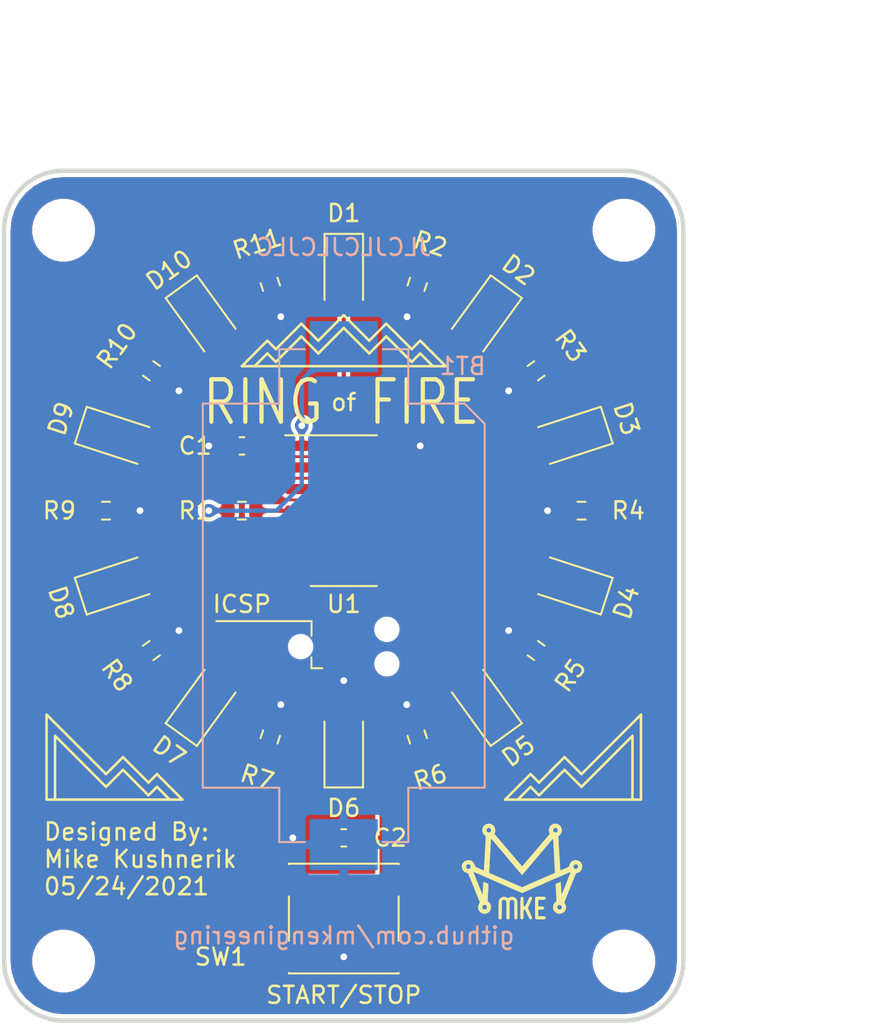
<source format=kicad_pcb>
(kicad_pcb (version 20171130) (host pcbnew "(5.1.8)-1")
  (title_block (title "Ring of Fire LED Game") (date 2021-05-24) (rev 1A) (company MKEngineering) (comment 4 "Author: Mike Kushnerik"))
  (layers (0 F.Cu signal) (31 B.Cu signal) (34 B.Paste user) (35 F.Paste user) (36 B.SilkS user) (37 F.SilkS user) (38 B.Mask user) (39 F.Mask user) (44 Edge.Cuts user))
  (net 0 "")
  (net 1 GND)
  (net 2 +BATT)
  (net 3 SW_1)
  (net 4 PGD)
  (net 5 "Net-(D1-Pad1)")
  (net 6 PGC)
  (net 7 LED_3)
  (net 8 LED_4)
  (net 9 LED_5)
  (net 10 LED_6)
  (net 11 LED_7)
  (net 12 LED_8)
  (net 13 LED_9)
  (net 14 "Net-(J1-Pad6)")
  (net 15 MCLR)
  (net 16 LED_10)
  (net 17 "Net-(D2-Pad1)")
  (net 18 "Net-(D3-Pad1)")
  (net 19 "Net-(D4-Pad1)")
  (net 20 "Net-(D5-Pad1)")
  (net 21 "Net-(D6-Pad1)")
  (net 22 "Net-(D7-Pad1)")
  (net 23 "Net-(D8-Pad1)")
  (net 24 "Net-(D9-Pad1)")
  (net 25 "Net-(D10-Pad1)")
  (module PIC16_Ring_of_Fire_Game:1060TR (layer B.Cu) (at 100 100 270)
    (fp_text reference BT1 (at -13.5 -7 180) (layer B.SilkS) (effects (justify mirror)))
    (fp_text value CR2032)
    (pad 2 smd rect (at 14.65 0 270) (size 3 4) (layers B.Cu B.Paste B.Mask) (net 1 GND) (thermal_gap 0.25))
    (pad 1 smd rect (at -14.65 0 270) (size 3 4) (layers B.Cu B.Paste B.Mask) (net 2 +BATT))
  )
  (module PIC16_Ring_of_Fire_Game:MKE_LOGO (layer F.Cu) (at 110.5 117.25)
    (fp_text reference G*** hide)
    (fp_text value LOGO hide)
  )
  (module Resistor_SMD:R_0603_1608Metric (layer F.Cu) (at 95.673763 81.685209 288)
    (fp_text reference R11 (at -2.5 0 198) (layer F.SilkS))
    (fp_text value 220)
    (pad 2 smd roundrect (at 0.825 0 288) (size 0.8 0.95) (layers F.Cu F.Paste F.Mask) (net 1 GND))
    (pad 1 smd roundrect (at -0.825 0 288) (size 0.8 0.95) (layers F.Cu F.Paste F.Mask) (net 25 "Net-(D10-Pad1)"))
  )
  (module Resistor_SMD:R_0603_1608Metric (layer F.Cu) (at 88.673763 86.771007 324)
    (fp_text reference R10 (at -2.5 0 234) (layer F.SilkS))
    (fp_text value 220)
    (pad 2 smd roundrect (at 0.825 0 324) (size 0.8 0.95) (layers F.Cu F.Paste F.Mask) (net 1 GND))
    (pad 1 smd roundrect (at -0.825 0 324) (size 0.8 0.95) (layers F.Cu F.Paste F.Mask) (net 24 "Net-(D9-Pad1)"))
  )
  (module Resistor_SMD:R_0603_1608Metric (layer F.Cu) (at 86 95)
    (fp_text reference R9 (at -2.75 0) (layer F.SilkS))
    (fp_text value 220)
    (pad 2 smd roundrect (at 0.825 0) (size 0.8 0.95) (layers F.Cu F.Paste F.Mask) (net 1 GND))
    (pad 1 smd roundrect (at -0.825 0) (size 0.8 0.95) (layers F.Cu F.Paste F.Mask) (net 23 "Net-(D8-Pad1)"))
  )
  (module Resistor_SMD:R_0603_1608Metric (layer F.Cu) (at 88.673763 103.228993 36)
    (fp_text reference R8 (at -2.5 0 126) (layer F.SilkS))
    (fp_text value 220)
    (pad 2 smd roundrect (at 0.825 0 36) (size 0.8 0.95) (layers F.Cu F.Paste F.Mask) (net 1 GND))
    (pad 1 smd roundrect (at -0.825 0 36) (size 0.8 0.95) (layers F.Cu F.Paste F.Mask) (net 22 "Net-(D7-Pad1)"))
  )
  (module Resistor_SMD:R_0603_1608Metric (layer F.Cu) (at 95.673763 108.314791 72)
    (fp_text reference R7 (at -2.5 0 162) (layer F.SilkS))
    (fp_text value 220)
    (pad 2 smd roundrect (at 0.825 0 72) (size 0.8 0.95) (layers F.Cu F.Paste F.Mask) (net 1 GND))
    (pad 1 smd roundrect (at -0.825 0 72) (size 0.8 0.95) (layers F.Cu F.Paste F.Mask) (net 21 "Net-(D6-Pad1)"))
  )
  (module Resistor_SMD:R_0603_1608Metric (layer F.Cu) (at 104.326237 108.314791 108)
    (fp_text reference R6 (at -2.5 0 198) (layer F.SilkS))
    (fp_text value 220)
    (pad 2 smd roundrect (at 0.825 0 108) (size 0.8 0.95) (layers F.Cu F.Paste F.Mask) (net 1 GND))
    (pad 1 smd roundrect (at -0.825 0 108) (size 0.8 0.95) (layers F.Cu F.Paste F.Mask) (net 20 "Net-(D5-Pad1)"))
  )
  (module Resistor_SMD:R_0603_1608Metric (layer F.Cu) (at 111.326237 103.228993 144)
    (fp_text reference R5 (at -2.5 0 234) (layer F.SilkS))
    (fp_text value 220)
    (pad 2 smd roundrect (at 0.825 0 144) (size 0.8 0.95) (layers F.Cu F.Paste F.Mask) (net 1 GND))
    (pad 1 smd roundrect (at -0.825 0 144) (size 0.8 0.95) (layers F.Cu F.Paste F.Mask) (net 19 "Net-(D4-Pad1)"))
  )
  (module Resistor_SMD:R_0603_1608Metric (layer F.Cu) (at 114 95 180)
    (fp_text reference R4 (at -2.75 0) (layer F.SilkS))
    (fp_text value 220)
    (pad 2 smd roundrect (at 0.825 0 180) (size 0.8 0.95) (layers F.Cu F.Paste F.Mask) (net 1 GND))
    (pad 1 smd roundrect (at -0.825 0 180) (size 0.8 0.95) (layers F.Cu F.Paste F.Mask) (net 18 "Net-(D3-Pad1)"))
  )
  (module Resistor_SMD:R_0603_1608Metric (layer F.Cu) (at 111.326237 86.771007 216)
    (fp_text reference R3 (at -2.5 0 126) (layer F.SilkS))
    (fp_text value 220)
    (pad 1 smd roundrect (at -0.825 0 216) (size 0.8 0.95) (layers F.Cu F.Paste F.Mask) (net 17 "Net-(D2-Pad1)"))
    (pad 2 smd roundrect (at 0.825 0 216) (size 0.8 0.95) (layers F.Cu F.Paste F.Mask) (net 1 GND))
  )
  (module Resistor_SMD:R_0603_1608Metric (layer F.Cu) (at 104.326237 81.685209 252)
    (fp_text reference R2 (at -2.5 0 162) (layer F.SilkS))
    (fp_text value 220)
    (pad 2 smd roundrect (at 0.825 0 252) (size 0.8 0.95) (layers F.Cu F.Paste F.Mask) (net 1 GND))
    (pad 1 smd roundrect (at -0.825 0 252) (size 0.8 0.95) (layers F.Cu F.Paste F.Mask) (net 5 "Net-(D1-Pad1)"))
  )
  (module Button_Switch_SMD:SW_SPST_PTS645 (layer F.Cu) (at 100 119 180)
    (fp_text reference SW1 (at 7.25 -2.25) (layer F.SilkS))
    (fp_text value START/STOP (at 0 -4.5) (layer F.SilkS))
    (pad 2 smd rect (at -3.98 2.25 180) (size 1.55 1.3) (layers F.Cu F.Paste F.Mask) (net 3 SW_1))
    (pad 1 smd rect (at -3.98 -2.25 180) (size 1.55 1.3) (layers F.Cu F.Paste F.Mask) (net 1 GND))
    (pad 1 smd rect (at 3.98 -2.25 180) (size 1.55 1.3) (layers F.Cu F.Paste F.Mask) (net 1 GND))
    (pad 2 smd rect (at 3.98 2.25 180) (size 1.55 1.3) (layers F.Cu F.Paste F.Mask) (net 3 SW_1))
  )
  (module Connector:Tag-Connect_TC2030-IDC-NL_2x03_P1.27mm_Vertical (layer F.Cu) (at 100 103)
    (fp_text reference J1)
    (fp_text value ICSP)
    (pad 6 connect circle (at 1.27 -0.635) (size 0.7874 0.7874) (layers F.Cu F.Mask) (net 14 "Net-(J1-Pad6)"))
    (pad 5 connect circle (at 1.27 0.635) (size 0.7874 0.7874) (layers F.Cu F.Mask) (net 6 PGC))
    (pad 4 connect circle (at 0 -0.635) (size 0.7874 0.7874) (layers F.Cu F.Mask) (net 4 PGD))
    (pad 3 connect circle (at 0 0.635) (size 0.7874 0.7874) (layers F.Cu F.Mask) (net 1 GND))
    (pad 2 connect circle (at -1.27 -0.635) (size 0.7874 0.7874) (layers F.Cu F.Mask) (net 2 +BATT))
    (pad 1 connect circle (at -1.27 0.635) (size 0.7874 0.7874) (layers F.Cu F.Mask) (net 15 MCLR))
    (pad "" np_thru_hole circle (at -2.54 0) (size 0.9906 0.9906) (drill 0.9906) (layers *.Cu *.Mask))
    (pad "" np_thru_hole circle (at 2.54 1.016) (size 0.9906 0.9906) (drill 0.9906) (layers *.Cu *.Mask))
    (pad "" np_thru_hole circle (at 2.54 -1.016) (size 0.9906 0.9906) (drill 0.9906) (layers *.Cu *.Mask))
  )
  (module LED_SMD:LED_1206_3216Metric (layer F.Cu) (at 91.771006 83.673762 306)
    (fp_text reference D10 (at -3.499998 0 216) (layer F.SilkS))
    (fp_text value "5mm LED")
    (pad 2 smd roundrect (at 1.4 0 306) (size 1.25 1.75) (layers F.Cu F.Paste F.Mask) (roundrect_rratio 0.2) (net 16 LED_10))
    (pad 1 smd roundrect (at -1.4 0 306) (size 1.25 1.75) (layers F.Cu F.Paste F.Mask) (roundrect_rratio 0.2) (net 25 "Net-(D10-Pad1)"))
  )
  (module LED_SMD:LED_1206_3216Metric (layer F.Cu) (at 86.685209 90.673762 342)
    (fp_text reference D9 (at -3.499999 0 252) (layer F.SilkS))
    (fp_text value "5mm LED")
    (pad 2 smd roundrect (at 1.4 0 342) (size 1.25 1.75) (layers F.Cu F.Paste F.Mask) (roundrect_rratio 0.2) (net 13 LED_9))
    (pad 1 smd roundrect (at -1.4 0 342) (size 1.25 1.75) (layers F.Cu F.Paste F.Mask) (roundrect_rratio 0.2) (net 24 "Net-(D9-Pad1)"))
  )
  (module LED_SMD:LED_1206_3216Metric (layer F.Cu) (at 86.685209 99.326238 18)
    (fp_text reference D8 (at -3.499999 0 288) (layer F.SilkS))
    (fp_text value "5mm LED")
    (pad 2 smd roundrect (at 1.4 0 18) (size 1.25 1.75) (layers F.Cu F.Paste F.Mask) (roundrect_rratio 0.2) (net 12 LED_8))
    (pad 1 smd roundrect (at -1.4 0 18) (size 1.25 1.75) (layers F.Cu F.Paste F.Mask) (roundrect_rratio 0.2) (net 23 "Net-(D8-Pad1)"))
  )
  (module LED_SMD:LED_1206_3216Metric (layer F.Cu) (at 91.771006 106.326238 54)
    (fp_text reference D7 (at -3.499999 0 324) (layer F.SilkS))
    (fp_text value "5mm LED")
    (pad 2 smd roundrect (at 1.4 0 54) (size 1.25 1.75) (layers F.Cu F.Paste F.Mask) (roundrect_rratio 0.2) (net 11 LED_7))
    (pad 1 smd roundrect (at -1.4 0 54) (size 1.25 1.75) (layers F.Cu F.Paste F.Mask) (roundrect_rratio 0.2) (net 22 "Net-(D7-Pad1)"))
  )
  (module LED_SMD:LED_1206_3216Metric (layer F.Cu) (at 100 109 90)
    (fp_text reference D6 (at -3.5 0 180) (layer F.SilkS))
    (fp_text value "5mm LED")
    (pad 2 smd roundrect (at 1.4 0 90) (size 1.25 1.75) (layers F.Cu F.Paste F.Mask) (roundrect_rratio 0.2) (net 10 LED_6))
    (pad 1 smd roundrect (at -1.4 0 90) (size 1.25 1.75) (layers F.Cu F.Paste F.Mask) (roundrect_rratio 0.2) (net 21 "Net-(D6-Pad1)"))
  )
  (module LED_SMD:LED_1206_3216Metric (layer F.Cu) (at 108.228994 106.326238 126)
    (fp_text reference D5 (at -3.499999 0 216) (layer F.SilkS))
    (fp_text value "5mm LED")
    (pad 1 smd roundrect (at -1.4 0 126) (size 1.25 1.75) (layers F.Cu F.Paste F.Mask) (roundrect_rratio 0.2) (net 20 "Net-(D5-Pad1)"))
    (pad 2 smd roundrect (at 1.4 0 126) (size 1.25 1.75) (layers F.Cu F.Paste F.Mask) (roundrect_rratio 0.2) (net 9 LED_5))
  )
  (module LED_SMD:LED_1206_3216Metric (layer F.Cu) (at 113.314791 99.326238 162)
    (fp_text reference D4 (at -3.499999 0 252) (layer F.SilkS))
    (fp_text value "5mm LED")
    (pad 2 smd roundrect (at 1.4 0 162) (size 1.25 1.75) (layers F.Cu F.Paste F.Mask) (roundrect_rratio 0.2) (net 8 LED_4))
    (pad 1 smd roundrect (at -1.4 0 162) (size 1.25 1.75) (layers F.Cu F.Paste F.Mask) (roundrect_rratio 0.2) (net 19 "Net-(D4-Pad1)"))
  )
  (module LED_SMD:LED_1206_3216Metric (layer F.Cu) (at 113.314791 90.673762 198)
    (fp_text reference D3 (at -3.499999 0 108) (layer F.SilkS))
    (fp_text value "5mm LED")
    (pad 2 smd roundrect (at 1.4 0 198) (size 1.25 1.75) (layers F.Cu F.Paste F.Mask) (roundrect_rratio 0.2) (net 7 LED_3))
    (pad 1 smd roundrect (at -1.4 0 198) (size 1.25 1.75) (layers F.Cu F.Paste F.Mask) (roundrect_rratio 0.2) (net 18 "Net-(D3-Pad1)"))
  )
  (module LED_SMD:LED_1206_3216Metric (layer F.Cu) (at 108.228994 83.673762 234)
    (fp_text reference D2 (at -3.499999 0 144) (layer F.SilkS))
    (fp_text value "5mm LED")
    (pad 2 smd roundrect (at 1.4 0 234) (size 1.25 1.75) (layers F.Cu F.Paste F.Mask) (roundrect_rratio 0.2) (net 6 PGC))
    (pad 1 smd roundrect (at -1.4 0 234) (size 1.25 1.75) (layers F.Cu F.Paste F.Mask) (roundrect_rratio 0.2) (net 17 "Net-(D2-Pad1)"))
  )
  (module LED_SMD:LED_1206_3216Metric (layer F.Cu) (at 100 81 270)
    (fp_text reference D1 (at -3.5 0 180) (layer F.SilkS))
    (fp_text value "5mm LED")
    (pad 1 smd roundrect (at -1.4 0 270) (size 1.25 1.75) (layers F.Cu F.Paste F.Mask) (roundrect_rratio 0.2) (net 5 "Net-(D1-Pad1)"))
    (pad 2 smd roundrect (at 1.4 0 270) (size 1.25 1.75) (layers F.Cu F.Paste F.Mask) (roundrect_rratio 0.2) (net 4 PGD))
  )
  (module MountingHole:MountingHole_3.2mm_M3 (layer F.Cu) (at 116.5 121.5)
    (fp_text reference H4)
    (fp_text value MH)
    (pad 1 np_thru_hole circle (at 0 0) (size 3.2 3.2) (drill 3.2) (layers *.Cu *.Mask))
  )
  (module MountingHole:MountingHole_3.2mm_M3 (layer F.Cu) (at 116.5 78.5)
    (fp_text reference H3)
    (fp_text value MH)
    (pad 1 np_thru_hole circle (at 0 0) (size 3.2 3.2) (drill 3.2) (layers *.Cu *.Mask))
  )
  (module MountingHole:MountingHole_3.2mm_M3 (layer F.Cu) (at 83.5 78.5)
    (fp_text reference H2)
    (fp_text value MH)
    (pad 1 np_thru_hole circle (at 0 0) (size 3.2 3.2) (drill 3.2) (layers *.Cu *.Mask))
  )
  (module MountingHole:MountingHole_3.2mm_M3 (layer F.Cu) (at 83.5 121.5)
    (fp_text reference H1)
    (fp_text value MH)
    (pad 1 np_thru_hole circle (at 0 0) (size 3.2 3.2) (drill 3.2) (layers *.Cu *.Mask))
  )
  (module Package_SO:SOIC-14_3.9x8.7mm_P1.27mm (layer F.Cu) (at 100 95)
    (fp_text reference U1 (at 0 5.5) (layer F.SilkS))
    (fp_text value PIC16F15223)
    (pad 14 smd roundrect (at 2.475 -3.81) (size 1.95 0.6) (layers F.Cu F.Paste F.Mask) (net 1 GND))
    (pad 13 smd roundrect (at 2.475 -2.54) (size 1.95 0.6) (layers F.Cu F.Paste F.Mask) (net 4 PGD))
    (pad 12 smd roundrect (at 2.475 -1.27) (size 1.95 0.6) (layers F.Cu F.Paste F.Mask) (net 6 PGC))
    (pad 11 smd roundrect (at 2.475 0) (size 1.95 0.6) (layers F.Cu F.Paste F.Mask) (net 7 LED_3))
    (pad 10 smd roundrect (at 2.475 1.27) (size 1.95 0.6) (layers F.Cu F.Paste F.Mask) (net 8 LED_4))
    (pad 9 smd roundrect (at 2.475 2.54) (size 1.95 0.6) (layers F.Cu F.Paste F.Mask) (net 9 LED_5))
    (pad 8 smd roundrect (at 2.475 3.81) (size 1.95 0.6) (layers F.Cu F.Paste F.Mask) (net 3 SW_1))
    (pad 7 smd roundrect (at -2.475 3.81) (size 1.95 0.6) (layers F.Cu F.Paste F.Mask) (net 10 LED_6))
    (pad 6 smd roundrect (at -2.475 2.54) (size 1.95 0.6) (layers F.Cu F.Paste F.Mask) (net 11 LED_7))
    (pad 5 smd roundrect (at -2.475 1.27) (size 1.95 0.6) (layers F.Cu F.Paste F.Mask) (net 12 LED_8))
    (pad 4 smd roundrect (at -2.475 0) (size 1.95 0.6) (layers F.Cu F.Paste F.Mask) (net 15 MCLR))
    (pad 3 smd roundrect (at -2.475 -1.27) (size 1.95 0.6) (layers F.Cu F.Paste F.Mask) (net 13 LED_9))
    (pad 2 smd roundrect (at -2.475 -2.54) (size 1.95 0.6) (layers F.Cu F.Paste F.Mask) (net 16 LED_10))
    (pad 1 smd roundrect (at -2.475 -3.81) (size 1.95 0.6) (layers F.Cu F.Paste F.Mask) (net 2 +BATT))
  )
  (module Resistor_SMD:R_0603_1608Metric (layer F.Cu) (at 94 95)
    (fp_text reference R1 (at -2.75 0) (layer F.SilkS))
    (fp_text value 10K)
    (pad 2 smd roundrect (at 0.825 0) (size 0.8 0.95) (layers F.Cu F.Paste F.Mask) (net 15 MCLR))
    (pad 1 smd roundrect (at -0.825 0) (size 0.8 0.95) (layers F.Cu F.Paste F.Mask) (net 2 +BATT))
  )
  (module Capacitor_SMD:C_0603_1608Metric (layer F.Cu) (at 100 114.25 180)
    (fp_text reference C2 (at -2.7328 0) (layer F.SilkS))
    (fp_text value 100nF)
    (pad 2 smd roundrect (at 0.775 0 180) (size 0.9 0.95) (layers F.Cu F.Paste F.Mask) (net 1 GND))
    (pad 1 smd roundrect (at -0.775 0 180) (size 0.9 0.95) (layers F.Cu F.Paste F.Mask) (net 3 SW_1))
  )
  (module Capacitor_SMD:C_0603_1608Metric (layer F.Cu) (at 94 91.19 180)
    (fp_text reference C1 (at 2.75 0) (layer F.SilkS))
    (fp_text value 100nF)
    (pad 2 smd roundrect (at 0.775 0 180) (size 0.9 0.95) (layers F.Cu F.Paste F.Mask) (net 1 GND))
    (pad 1 smd roundrect (at -0.775 0 180) (size 0.9 0.95) (layers F.Cu F.Paste F.Mask) (net 2 +BATT))
  )
  (gr_text github.com/mkengineering (at 100 120) (layer B.SilkS) (effects (font (size 1 1)) (justify mirror)))
  (gr_text JLCJLCJLCJLC (at 100 79.5) (layer B.SilkS) (effects (font (size 1 1)) (justify mirror)))
  (gr_text "REV. 1A" (at 109.5 122.5) (layer F.Cu) (effects (font (size 1 1))))
  (gr_line (start 117 112) (end 117 108.25) (layer F.SilkS) (width 0.15))
  (gr_line (start 114 111.25) (end 117 108.25) (layer F.SilkS) (width 0.15))
  (gr_line (start 113 110.25) (end 114 111.25) (layer F.SilkS) (width 0.15))
  (gr_line (start 111.5 111.75) (end 113 110.25) (layer F.SilkS) (width 0.15))
  (gr_line (start 117.5 112) (end 117.5 107) (layer F.SilkS) (width 0.15))
  (gr_line (start 114 110.5) (end 117.5 107) (layer F.SilkS) (width 0.15))
  (gr_line (start 113 109.5) (end 114 110.5) (layer F.SilkS) (width 0.15))
  (gr_line (start 111.5 111) (end 113 109.5) (layer F.SilkS) (width 0.15))
  (gr_line (start 111 110.5) (end 111.5 111) (layer F.SilkS) (width 0.15))
  (gr_line (start 111 111.25) (end 111.5 111.75) (layer F.SilkS) (width 0.15))
  (gr_line (start 109.5 112) (end 111 110.5) (layer F.SilkS) (width 0.15))
  (gr_line (start 110.25 112) (end 111 111.25) (layer F.SilkS) (width 0.15))
  (gr_line (start 109.5 112) (end 117.5 112) (layer F.SilkS) (width 0.15))
  (gr_line (start 82.5 112) (end 82.5 107) (layer F.SilkS) (width 0.15))
  (gr_line (start 86 111.25) (end 83 108.25) (layer F.SilkS) (width 0.15))
  (gr_line (start 83 112) (end 83 108.25) (layer F.SilkS) (width 0.15))
  (gr_line (start 86 110.5) (end 82.5 107) (layer F.SilkS) (width 0.15))
  (gr_line (start 90.5 112) (end 82.5 112) (layer F.SilkS) (width 0.15))
  (gr_line (start 89 110.5) (end 88.5 111) (layer F.SilkS) (width 0.15))
  (gr_line (start 90.5 112) (end 89 110.5) (layer F.SilkS) (width 0.15))
  (gr_line (start 88.5 111) (end 87 109.5) (layer F.SilkS) (width 0.15))
  (gr_line (start 89.75 112) (end 89 111.25) (layer F.SilkS) (width 0.15))
  (gr_line (start 89 111.25) (end 88.5 111.75) (layer F.SilkS) (width 0.15))
  (gr_line (start 88.5 111.75) (end 87 110.25) (layer F.SilkS) (width 0.15))
  (gr_line (start 87 110.25) (end 86 111.25) (layer F.SilkS) (width 0.15))
  (gr_line (start 87 109.5) (end 86 110.5) (layer F.SilkS) (width 0.15))
  (gr_line (start 105.25 86.5) (end 104.5 85.75) (layer F.SilkS) (width 0.15))
  (gr_line (start 104.5 85.75) (end 104 86.25) (layer F.SilkS) (width 0.15))
  (gr_line (start 104 86.25) (end 102.5 84.75) (layer F.SilkS) (width 0.15))
  (gr_line (start 102.5 84.75) (end 101.5 85.75) (layer F.SilkS) (width 0.15))
  (gr_line (start 100 84.25) (end 101.5 85.75) (layer F.SilkS) (width 0.15))
  (gr_line (start 100 84.25) (end 98.5 85.75) (layer F.SilkS) (width 0.15))
  (gr_line (start 100 83.5) (end 98.5 85) (layer F.SilkS) (width 0.15))
  (gr_line (start 97.5 84.75) (end 98.5 85.75) (layer F.SilkS) (width 0.15))
  (gr_line (start 96 86.25) (end 97.5 84.75) (layer F.SilkS) (width 0.15))
  (gr_line (start 95.5 85.75) (end 96 86.25) (layer F.SilkS) (width 0.15))
  (gr_line (start 94 86.5) (end 95.5 85) (layer F.SilkS) (width 0.15))
  (gr_line (start 106 86.5) (end 104.5 85) (layer F.SilkS) (width 0.15))
  (gr_line (start 104.5 85) (end 104 85.5) (layer F.SilkS) (width 0.15))
  (gr_line (start 104 85.5) (end 102.5 84) (layer F.SilkS) (width 0.15))
  (gr_line (start 102.5 84) (end 101.5 85) (layer F.SilkS) (width 0.15))
  (gr_line (start 100 83.5) (end 101.5 85) (layer F.SilkS) (width 0.15))
  (gr_line (start 97.5 84) (end 98.5 85) (layer F.SilkS) (width 0.15))
  (gr_line (start 96 85.5) (end 97.5 84) (layer F.SilkS) (width 0.15))
  (gr_line (start 95.5 85) (end 96 85.5) (layer F.SilkS) (width 0.15))
  (gr_line (start 94.75 86.5) (end 95.5 85.75) (layer F.SilkS) (width 0.15))
  (gr_line (start 94 86.5) (end 106 86.5) (layer F.SilkS) (width 0.15))
  (gr_text "Designed By:\nMike Kushnerik\n05/24/2021" (at 82.25 115.5) (layer F.SilkS) (effects (font (size 1 1)) (justify left)))
  (gr_text of (at 100 88.625) (layer F.SilkS) (effects (font (size 1 1))))
  (gr_text FIRE (at 104.75 88.625) (layer F.SilkS) (effects (font (size 2.5 2) (thickness 0.25))))
  (gr_line (start 98.1 101.5) (end 98.1 102.365) (layer F.SilkS) (width 0.12))
  (gr_line (start 98.1 101.5) (end 92.5 101.5) (layer F.SilkS) (width 0.12))
  (gr_text RING (at 95.25 88.625) (layer F.SilkS) (effects (font (size 2.5 2) (thickness 0.25))))
  (gr_text ICSP (at 94 100.5) (layer F.SilkS) (effects (font (size 1 1))))
  (gr_line (start 83.5 125) (end 116.5 125) (layer Edge.Cuts) (width 0.254))
  (gr_arc (start 116.5 121.5) (end 116.5 125) (angle -90) (layer Edge.Cuts) (width 0.254))
  (gr_line (start 120 78.5) (end 120 121.5) (layer Edge.Cuts) (width 0.254))
  (gr_arc (start 116.5 78.5) (end 120 78.5) (angle -90) (layer Edge.Cuts) (width 0.254))
  (gr_line (start 83.5 75) (end 116.5 75) (layer Edge.Cuts) (width 0.254))
  (gr_arc (start 83.5 78.5) (end 83.5 75) (angle -90) (layer Edge.Cuts) (width 0.254))
  (gr_arc (start 83.5 121.5) (end 80 121.5) (angle -90) (layer Edge.Cuts) (width 0.254))
  (gr_line (start 80 78.5) (end 80 121.5) (layer Edge.Cuts) (width 0.254))
  (via (at 92.049998 91.19) (size 0.8) (drill 0.4) (layers F.Cu B.Cu) (net 1))
  (via (at 104.5 91.19) (size 0.8) (drill 0.4) (layers F.Cu B.Cu) (net 1))
  (via (at 100 105) (size 0.8) (drill 0.4) (layers F.Cu B.Cu) (net 1))
  (via (at 90.291797 102.053422) (size 0.8) (drill 0.4) (layers F.Cu B.Cu) (net 1))
  (via (at 96.291797 106.412677) (size 0.8) (drill 0.4) (layers F.Cu B.Cu) (net 1))
  (via (at 103.708203 106.412677) (size 0.8) (drill 0.4) (layers F.Cu B.Cu) (net 1))
  (via (at 109.708202 102.053421) (size 0.8) (drill 0.4) (layers F.Cu B.Cu) (net 1))
  (via (at 111.999998 95) (size 0.8) (drill 0.4) (layers F.Cu B.Cu) (net 1))
  (via (at 109.708202 87.946579) (size 0.8) (drill 0.4) (layers F.Cu B.Cu) (net 1))
  (via (at 103.726105 83.591293) (size 0.8) (drill 0.4) (layers F.Cu B.Cu) (net 1))
  (via (at 96.291798 83.587324) (size 0.8) (drill 0.4) (layers F.Cu B.Cu) (net 1))
  (via (at 90.291799 87.946578) (size 0.8) (drill 0.4) (layers F.Cu B.Cu) (net 1))
  (via (at 88 95) (size 0.8) (drill 0.4) (layers F.Cu B.Cu) (net 1))
  (via (at 100 121.25) (size 0.8) (drill 0.4) (layers F.Cu B.Cu) (net 1))
  (via (at 97 114.25) (size 0.8) (drill 0.4) (layers F.Cu B.Cu) (net 1))
  (via (at 92.049998 95) (size 0.8) (drill 0.4) (layers F.Cu B.Cu) (net 2))
  (via (at 97.525 90) (size 0.8) (drill 0.4) (layers F.Cu B.Cu) (net 2))
  (segment (start 98.73 102.365) (end 99.54599 101.54901) (width 0.254) (layer F.Cu) (net 2))
  (segment (start 99.54599 101.54901) (end 99.54599 91.92599) (width 0.254) (layer F.Cu) (net 2))
  (segment (start 98.81 91.19) (end 97.525 91.19) (width 0.254) (layer F.Cu) (net 2))
  (segment (start 99.54599 91.92599) (end 98.81 91.19) (width 0.254) (layer F.Cu) (net 2))
  (segment (start 94.775 91.19) (end 97.525 91.19) (width 0.254) (layer F.Cu) (net 2))
  (segment (start 97.525 90) (end 97.525 91.19) (width 0.254) (layer F.Cu) (net 2))
  (segment (start 97.525 87.3362) (end 97.525 90) (width 0.254) (layer B.Cu) (net 2))
  (segment (start 99.5112 85.35) (end 97.525 87.3362) (width 0.254) (layer B.Cu) (net 2))
  (segment (start 100 85.35) (end 99.5112 85.35) (width 0.254) (layer B.Cu) (net 2))
  (segment (start 92.049998 95) (end 93.175 95) (width 0.254) (layer F.Cu) (net 2))
  (segment (start 92.049998 95) (end 96.0334 95) (width 0.254) (layer B.Cu) (net 2))
  (segment (start 97.525 93.5084) (end 97.525 90) (width 0.254) (layer B.Cu) (net 2))
  (segment (start 96.0334 95) (end 97.525 93.5084) (width 0.254) (layer B.Cu) (net 2))
  (segment (start 104.5464 99.6696) (end 104.5464 104.0384) (width 0.254) (layer F.Cu) (net 3))
  (segment (start 103.6868 98.81) (end 104.5464 99.6696) (width 0.254) (layer F.Cu) (net 3))
  (segment (start 104.5464 104.0384) (end 102.235 106.3498) (width 0.254) (layer F.Cu) (net 3))
  (segment (start 102.475 98.81) (end 103.6868 98.81) (width 0.254) (layer F.Cu) (net 3))
  (segment (start 102.235 116.7108) (end 102.1958 116.75) (width 0.254) (layer F.Cu) (net 3))
  (segment (start 102.1958 116.75) (end 103.98 116.75) (width 0.254) (layer F.Cu) (net 3))
  (segment (start 96.02 116.75) (end 102.1958 116.75) (width 0.254) (layer F.Cu) (net 3))
  (segment (start 102.2342 114.25) (end 102.235 114.2492) (width 0.254) (layer F.Cu) (net 3))
  (segment (start 100.775 114.25) (end 102.2342 114.25) (width 0.254) (layer F.Cu) (net 3))
  (segment (start 102.235 114.2492) (end 102.235 116.7108) (width 0.254) (layer F.Cu) (net 3))
  (segment (start 102.235 106.3498) (end 102.235 114.2492) (width 0.254) (layer F.Cu) (net 3))
  (segment (start 100.0212 92.46) (end 100 92.4812) (width 0.254) (layer F.Cu) (net 4))
  (segment (start 102.475 92.46) (end 100.0212 92.46) (width 0.254) (layer F.Cu) (net 4))
  (segment (start 100 92.4812) (end 100 82.4) (width 0.254) (layer F.Cu) (net 4))
  (segment (start 100 102.365) (end 100 92.4812) (width 0.254) (layer F.Cu) (net 4))
  (segment (start 100 79.6) (end 104.581176 80.900587) (width 0.254) (layer F.Cu) (net 5))
  (segment (start 101.908 102.997) (end 101.27 103.635) (width 0.254) (layer F.Cu) (net 6))
  (segment (start 102.9462 102.997) (end 101.908 102.997) (width 0.254) (layer F.Cu) (net 6))
  (segment (start 103.5304 101.5746) (end 103.5304 102.4128) (width 0.254) (layer F.Cu) (net 6))
  (segment (start 102.997 101.0412) (end 103.5304 101.5746) (width 0.254) (layer F.Cu) (net 6))
  (segment (start 103.5304 102.4128) (end 102.9462 102.997) (width 0.254) (layer F.Cu) (net 6))
  (segment (start 101.092 101.0412) (end 102.997 101.0412) (width 0.254) (layer F.Cu) (net 6))
  (segment (start 100.45401 94.38939) (end 100.45401 100.40321) (width 0.254) (layer F.Cu) (net 6))
  (segment (start 101.1134 93.73) (end 100.45401 94.38939) (width 0.254) (layer F.Cu) (net 6))
  (segment (start 100.45401 100.40321) (end 101.092 101.0412) (width 0.254) (layer F.Cu) (net 6))
  (segment (start 102.475 93.73) (end 101.1134 93.73) (width 0.254) (layer F.Cu) (net 6))
  (segment (start 107.7214 85.121691) (end 107.406095 84.806386) (width 0.254) (layer F.Cu) (net 6))
  (segment (start 107.7214 91.2495) (end 107.7214 85.121691) (width 0.254) (layer F.Cu) (net 6))
  (segment (start 105.2409 93.73) (end 107.7214 91.2495) (width 0.254) (layer F.Cu) (net 6))
  (segment (start 102.475 93.73) (end 105.2409 93.73) (width 0.254) (layer F.Cu) (net 6))
  (segment (start 111.7092 91.380498) (end 111.983312 91.106386) (width 0.254) (layer F.Cu) (net 7))
  (segment (start 111.7092 93.2688) (end 111.7092 91.380498) (width 0.254) (layer F.Cu) (net 7))
  (segment (start 109.978 95) (end 111.7092 93.2688) (width 0.254) (layer F.Cu) (net 7))
  (segment (start 102.475 95) (end 109.978 95) (width 0.254) (layer F.Cu) (net 7))
  (segment (start 111.983312 98.267312) (end 111.983312 98.893614) (width 0.254) (layer F.Cu) (net 8))
  (segment (start 109.986 96.27) (end 111.983312 98.267312) (width 0.254) (layer F.Cu) (net 8))
  (segment (start 102.475 96.27) (end 109.986 96.27) (width 0.254) (layer F.Cu) (net 8))
  (segment (start 107.696 104.903709) (end 107.406095 105.193614) (width 0.254) (layer F.Cu) (net 9))
  (segment (start 107.696 100.0252) (end 107.696 104.903709) (width 0.254) (layer F.Cu) (net 9))
  (segment (start 105.2108 97.54) (end 107.696 100.0252) (width 0.254) (layer F.Cu) (net 9))
  (segment (start 102.475 97.54) (end 105.2108 97.54) (width 0.254) (layer F.Cu) (net 9))
  (segment (start 97.4344 105.283) (end 99.7514 107.6) (width 0.254) (layer F.Cu) (net 10))
  (segment (start 94.742 100.0506) (end 94.742 104.0384) (width 0.254) (layer F.Cu) (net 10))
  (segment (start 95.9866 105.283) (end 97.4344 105.283) (width 0.254) (layer F.Cu) (net 10))
  (segment (start 95.9826 98.81) (end 94.742 100.0506) (width 0.254) (layer F.Cu) (net 10))
  (segment (start 99.7514 107.6) (end 100 107.6) (width 0.254) (layer F.Cu) (net 10))
  (segment (start 94.742 104.0384) (end 95.9866 105.283) (width 0.254) (layer F.Cu) (net 10))
  (segment (start 97.525 98.81) (end 95.9826 98.81) (width 0.254) (layer F.Cu) (net 10))
  (segment (start 92.2782 104.877909) (end 92.593905 105.193614) (width 0.254) (layer F.Cu) (net 11))
  (segment (start 92.2782 99.8982) (end 92.2782 104.877909) (width 0.254) (layer F.Cu) (net 11))
  (segment (start 94.6364 97.54) (end 92.2782 99.8982) (width 0.254) (layer F.Cu) (net 11))
  (segment (start 97.525 97.54) (end 94.6364 97.54) (width 0.254) (layer F.Cu) (net 11))
  (segment (start 88.016688 98.241512) (end 88.016688 98.893614) (width 0.254) (layer F.Cu) (net 12))
  (segment (start 89.9882 96.27) (end 88.016688 98.241512) (width 0.254) (layer F.Cu) (net 12))
  (segment (start 97.525 96.27) (end 89.9882 96.27) (width 0.254) (layer F.Cu) (net 12))
  (segment (start 88.016688 91.750488) (end 88.016688 91.106386) (width 0.254) (layer F.Cu) (net 13))
  (segment (start 89.9962 93.73) (end 88.016688 91.750488) (width 0.254) (layer F.Cu) (net 13))
  (segment (start 97.525 93.73) (end 89.9962 93.73) (width 0.254) (layer F.Cu) (net 13))
  (segment (start 97.525 95) (end 94.825 95) (width 0.254) (layer F.Cu) (net 15))
  (segment (start 98.336301 104.028699) (end 98.73 103.635) (width 0.254) (layer F.Cu) (net 15))
  (segment (start 97.043699 104.028699) (end 98.336301 104.028699) (width 0.254) (layer F.Cu) (net 15))
  (segment (start 97.0534 100.9904) (end 96.4438 101.6) (width 0.254) (layer F.Cu) (net 15))
  (segment (start 96.4438 103.4288) (end 97.043699 104.028699) (width 0.254) (layer F.Cu) (net 15))
  (segment (start 98.5012 100.9904) (end 97.0534 100.9904) (width 0.254) (layer F.Cu) (net 15))
  (segment (start 99.09198 100.39962) (end 98.5012 100.9904) (width 0.254) (layer F.Cu) (net 15))
  (segment (start 96.4438 101.6) (end 96.4438 103.4288) (width 0.254) (layer F.Cu) (net 15))
  (segment (start 99.09198 95.377) (end 99.09198 100.39962) (width 0.254) (layer F.Cu) (net 15))
  (segment (start 98.71498 95) (end 99.09198 95.377) (width 0.254) (layer F.Cu) (net 15))
  (segment (start 97.525 95) (end 98.71498 95) (width 0.254) (layer F.Cu) (net 15))
  (segment (start 91.1098 86.8172) (end 92.593905 85.333095) (width 0.254) (layer F.Cu) (net 16))
  (segment (start 91.1098 91.5416) (end 91.1098 86.8172) (width 0.254) (layer F.Cu) (net 16))
  (segment (start 92.593905 85.333095) (end 92.593905 84.806386) (width 0.254) (layer F.Cu) (net 16))
  (segment (start 92.0282 92.46) (end 91.1098 91.5416) (width 0.254) (layer F.Cu) (net 16))
  (segment (start 97.525 92.46) (end 92.0282 92.46) (width 0.254) (layer F.Cu) (net 16))
  (segment (start 109.051893 82.541138) (end 111.993676 86.286084) (width 0.254) (layer F.Cu) (net 17))
  (segment (start 114.64627 90.241138) (end 114.825 95) (width 0.254) (layer F.Cu) (net 18))
  (segment (start 114.64627 99.758862) (end 111.993676 103.713916) (width 0.254) (layer F.Cu) (net 19))
  (segment (start 104.581176 109.099413) (end 109.051893 107.458862) (width 0.254) (layer F.Cu) (net 20))
  (segment (start 95.418824 109.099413) (end 100 110.4) (width 0.254) (layer F.Cu) (net 21))
  (segment (start 88.006324 103.713916) (end 90.948107 107.458862) (width 0.254) (layer F.Cu) (net 22))
  (segment (start 85.175 95) (end 85.35373 99.758862) (width 0.254) (layer F.Cu) (net 23))
  (segment (start 85.35373 90.241138) (end 88.006324 86.286084) (width 0.254) (layer F.Cu) (net 24))
  (segment (start 90.948107 82.541138) (end 95.418824 80.900587) (width 0.254) (layer F.Cu) (net 25))
  (zone (net 1) (net_name GND) (layer B.Cu) (connect_pads (clearance 0.25)) (min_thickness 0.127) (fill yes (arc_segments 32) (thermal_gap 0.25) (thermal_bridge_width 0.254))
    (polygon (pts (xy 120.396 125.222) (xy 79.756 125.222) (xy 79.756 74.676) (xy 120.396 74.676)))
  )
  (zone (net 1) (net_name GND) (layer F.Cu) (connect_pads (clearance 0.25)) (min_thickness 0.127) (fill yes (arc_segments 32) (thermal_gap 0.25) (thermal_bridge_width 0.254))
    (polygon (pts (xy 120.396 125.222) (xy 79.756 125.222) (xy 79.756 74.676) (xy 120.396 74.676)))
  )
  (zone (net 2) (net_name +BATT) (layer F.Cu) (priority 16962) (connect_pads yes (clearance 0.2)) (min_thickness 0.0254) (fill yes (arc_segments 32) (thermal_gap 0.25) (thermal_bridge_width 0.254))
    (polygon (pts (xy 98.115 91.063) (xy 98.048532 91.061335) (xy 97.992066 91.056446) (xy 97.943562 91.048488) (xy 97.900983 91.037618) (xy 97.862289 91.023993) (xy 97.825443 91.007768) (xy 97.788406 90.9891) (xy 97.74914 90.968145) (xy 97.705606 90.945059) (xy 97.655766 90.92) (xy 97.375 91.19) (xy 97.655766 91.46) (xy 97.705606 91.43494) (xy 97.74914 91.411854) (xy 97.788406 91.390899) (xy 97.825443 91.372231) (xy 97.862289 91.356006) (xy 97.900983 91.342381) (xy 97.943562 91.331511) (xy 97.992066 91.323553) (xy 98.048532 91.318664) (xy 98.115 91.317)))
  )
  (zone (net 2) (net_name +BATT) (layer F.Cu) (priority 16962) (connect_pads yes (clearance 0.2)) (min_thickness 0.0254) (fill yes (arc_segments 32) (thermal_gap 0.25) (thermal_bridge_width 0.254))
    (polygon (pts (xy 96.935 91.317) (xy 97.001467 91.318664) (xy 97.057933 91.323553) (xy 97.106437 91.331511) (xy 97.149016 91.342381) (xy 97.18771 91.356006) (xy 97.224556 91.372231) (xy 97.261593 91.390899) (xy 97.300859 91.411854) (xy 97.344393 91.43494) (xy 97.394234 91.46) (xy 97.675 91.19) (xy 97.394234 90.92) (xy 97.344393 90.945059) (xy 97.300859 90.968145) (xy 97.261593 90.9891) (xy 97.224556 91.007768) (xy 97.18771 91.023993) (xy 97.149016 91.037618) (xy 97.106437 91.048488) (xy 97.057933 91.056446) (xy 97.001467 91.061335) (xy 96.935 91.063)))
  )
  (zone (net 2) (net_name +BATT) (layer F.Cu) (priority 16962) (connect_pads yes (clearance 0.2)) (min_thickness 0.0254) (fill yes (arc_segments 32) (thermal_gap 0.25) (thermal_bridge_width 0.254))
    (polygon (pts (xy 95.665 91.063) (xy 95.562571 91.059001) (xy 95.477117 91.047548) (xy 95.405026 91.029451) (xy 95.342687 91.005524) (xy 95.286486 90.976579) (xy 95.232813 90.943427) (xy 95.178055 90.906881) (xy 95.118599 90.867753) (xy 95.050835 90.826855) (xy 94.97115 90.785) (xy 94.55 91.19) (xy 94.97115 91.595) (xy 95.050835 91.553144) (xy 95.118599 91.512246) (xy 95.178055 91.473118) (xy 95.232813 91.436572) (xy 95.286486 91.40342) (xy 95.342687 91.374475) (xy 95.405026 91.350548) (xy 95.477117 91.332451) (xy 95.562571 91.320998) (xy 95.665 91.317)))
  )
  (zone (net 2) (net_name +BATT) (layer F.Cu) (priority 16962) (connect_pads yes (clearance 0.2)) (min_thickness 0.0254) (fill yes (arc_segments 32) (thermal_gap 0.25) (thermal_bridge_width 0.254))
    (polygon (pts (xy 97.652 90.79) (xy 97.655218 90.699609) (xy 97.664477 90.623857) (xy 97.679186 90.559656) (xy 97.698752 90.503919) (xy 97.722583 90.453559) (xy 97.750088 90.405488) (xy 97.780674 90.35662) (xy 97.813749 90.303866) (xy 97.848722 90.24414) (xy 97.885 90.174355) (xy 97.525 89.8) (xy 97.165 90.174355) (xy 97.201277 90.24414) (xy 97.23625 90.303866) (xy 97.269325 90.35662) (xy 97.299911 90.405488) (xy 97.327416 90.453559) (xy 97.351247 90.503919) (xy 97.370813 90.559656) (xy 97.385522 90.623857) (xy 97.394781 90.699609) (xy 97.398 90.79)))
  )
  (zone (net 2) (net_name +BATT) (layer F.Cu) (priority 16962) (connect_pads yes (clearance 0.2)) (min_thickness 0.0254) (fill yes (arc_segments 32) (thermal_gap 0.25) (thermal_bridge_width 0.254))
    (polygon (pts (xy 97.398 90.6) (xy 97.396335 90.666467) (xy 97.391446 90.722933) (xy 97.383488 90.771437) (xy 97.372618 90.814016) (xy 97.358993 90.85271) (xy 97.342768 90.889556) (xy 97.3241 90.926593) (xy 97.303145 90.965859) (xy 97.280059 91.009393) (xy 97.255 91.059234) (xy 97.525 91.34) (xy 97.795 91.059234) (xy 97.76994 91.009393) (xy 97.746854 90.965859) (xy 97.725899 90.926593) (xy 97.707231 90.889556) (xy 97.691006 90.85271) (xy 97.677381 90.814016) (xy 97.666511 90.771437) (xy 97.658553 90.722933) (xy 97.653664 90.666467) (xy 97.652 90.6)))
  )
  (zone (net 2) (net_name +BATT) (layer B.Cu) (priority 16962) (connect_pads yes (clearance 0.2)) (min_thickness 0.0254) (fill yes (arc_segments 32) (thermal_gap 0.25) (thermal_bridge_width 0.254))
    (polygon (pts (xy 97.398 89.21) (xy 97.394781 89.30039) (xy 97.385522 89.376142) (xy 97.370813 89.440343) (xy 97.351247 89.49608) (xy 97.327416 89.54644) (xy 97.299911 89.594511) (xy 97.269325 89.643379) (xy 97.23625 89.696133) (xy 97.201277 89.755859) (xy 97.165 89.825645) (xy 97.525 90.2) (xy 97.885 89.825645) (xy 97.848722 89.755859) (xy 97.813749 89.696133) (xy 97.780674 89.643379) (xy 97.750088 89.594511) (xy 97.722583 89.54644) (xy 97.698752 89.49608) (xy 97.679186 89.440343) (xy 97.664477 89.376142) (xy 97.655218 89.30039) (xy 97.652 89.21)))
  )
  (zone (net 2) (net_name +BATT) (layer B.Cu) (priority 16962) (connect_pads yes (clearance 0.2)) (min_thickness 0.0254) (fill yes (arc_segments 32) (thermal_gap 0.25) (thermal_bridge_width 0.254))
    (polygon (pts (xy 97.748384 87.292421) (xy 97.99672 87.072574) (xy 98.226729 86.924064) (xy 98.444633 86.834707) (xy 98.656658 86.792319) (xy 98.869027 86.784718) (xy 99.087966 86.799719) (xy 99.319697 86.825139) (xy 99.570446 86.848796) (xy 99.846437 86.858505) (xy 100.153894 86.842084) (xy 100.637897 84.955556) (xy 98.733894 84.545654) (xy 98.564573 84.848156) (xy 98.449865 85.12392) (xy 98.373691 85.379155) (xy 98.319971 85.620074) (xy 98.272628 85.852889) (xy 98.21558 86.083811) (xy 98.132751 86.319054) (xy 98.00806 86.564827) (xy 97.825429 86.827344) (xy 97.568779 87.112816)))
  )
  (zone (net 2) (net_name +BATT) (layer F.Cu) (priority 16962) (connect_pads yes (clearance 0.2)) (min_thickness 0.0254) (fill yes (arc_segments 32) (thermal_gap 0.25) (thermal_bridge_width 0.254))
    (polygon (pts (xy 92.839998 94.873) (xy 92.749607 94.869781) (xy 92.673855 94.860522) (xy 92.609654 94.845813) (xy 92.553917 94.826247) (xy 92.503557 94.802416) (xy 92.455486 94.774911) (xy 92.406618 94.744325) (xy 92.353864 94.71125) (xy 92.294138 94.676277) (xy 92.224353 94.64) (xy 91.849998 95) (xy 92.224353 95.36) (xy 92.294138 95.323722) (xy 92.353864 95.288749) (xy 92.406618 95.255674) (xy 92.455486 95.225088) (xy 92.503557 95.197583) (xy 92.553917 95.173752) (xy 92.609654 95.154186) (xy 92.673855 95.139477) (xy 92.749607 95.130218) (xy 92.839998 95.127)))
  )
  (zone (net 2) (net_name +BATT) (layer F.Cu) (priority 16962) (connect_pads yes (clearance 0.2)) (min_thickness 0.0254) (fill yes (arc_segments 32) (thermal_gap 0.25) (thermal_bridge_width 0.254))
    (polygon (pts (xy 92.385 95.127) (xy 92.47539 95.130218) (xy 92.551142 95.139477) (xy 92.615343 95.154186) (xy 92.67108 95.173752) (xy 92.72144 95.197583) (xy 92.769511 95.225088) (xy 92.818379 95.255674) (xy 92.871133 95.288749) (xy 92.930859 95.323722) (xy 93.000645 95.36) (xy 93.375 95) (xy 93.000645 94.64) (xy 92.930859 94.676277) (xy 92.871133 94.71125) (xy 92.818379 94.744325) (xy 92.769511 94.774911) (xy 92.72144 94.802416) (xy 92.67108 94.826247) (xy 92.615343 94.845813) (xy 92.551142 94.860522) (xy 92.47539 94.869781) (xy 92.385 94.873)))
  )
  (zone (net 2) (net_name +BATT) (layer B.Cu) (priority 16962) (connect_pads yes (clearance 0.2)) (min_thickness 0.0254) (fill yes (arc_segments 32) (thermal_gap 0.25) (thermal_bridge_width 0.254))
    (polygon (pts (xy 92.839998 94.873) (xy 92.749607 94.869781) (xy 92.673855 94.860522) (xy 92.609654 94.845813) (xy 92.553917 94.826247) (xy 92.503557 94.802416) (xy 92.455486 94.774911) (xy 92.406618 94.744325) (xy 92.353864 94.71125) (xy 92.294138 94.676277) (xy 92.224353 94.64) (xy 91.849998 95) (xy 92.224353 95.36) (xy 92.294138 95.323722) (xy 92.353864 95.288749) (xy 92.406618 95.255674) (xy 92.455486 95.225088) (xy 92.503557 95.197583) (xy 92.553917 95.173752) (xy 92.609654 95.154186) (xy 92.673855 95.139477) (xy 92.749607 95.130218) (xy 92.839998 95.127)))
  )
  (zone (net 2) (net_name +BATT) (layer B.Cu) (priority 16962) (connect_pads yes (clearance 0.2)) (min_thickness 0.0254) (fill yes (arc_segments 32) (thermal_gap 0.25) (thermal_bridge_width 0.254))
    (polygon (pts (xy 97.652 90.79) (xy 97.655218 90.699609) (xy 97.664477 90.623857) (xy 97.679186 90.559656) (xy 97.698752 90.503919) (xy 97.722583 90.453559) (xy 97.750088 90.405488) (xy 97.780674 90.35662) (xy 97.813749 90.303866) (xy 97.848722 90.24414) (xy 97.885 90.174355) (xy 97.525 89.8) (xy 97.165 90.174355) (xy 97.201277 90.24414) (xy 97.23625 90.303866) (xy 97.269325 90.35662) (xy 97.299911 90.405488) (xy 97.327416 90.453559) (xy 97.351247 90.503919) (xy 97.370813 90.559656) (xy 97.385522 90.623857) (xy 97.394781 90.699609) (xy 97.398 90.79)))
  )
  (zone (net 3) (net_name SW_1) (layer F.Cu) (priority 16962) (connect_pads yes (clearance 0.2)) (min_thickness 0.0254) (fill yes (arc_segments 32) (thermal_gap 0.25) (thermal_bridge_width 0.254))
    (polygon (pts (xy 103.065 98.683) (xy 102.998532 98.681335) (xy 102.942066 98.676446) (xy 102.893562 98.668488) (xy 102.850983 98.657618) (xy 102.812289 98.643993) (xy 102.775443 98.627768) (xy 102.738406 98.6091) (xy 102.69914 98.588145) (xy 102.655606 98.565059) (xy 102.605766 98.54) (xy 102.325 98.81) (xy 102.605766 99.08) (xy 102.655606 99.05494) (xy 102.69914 99.031854) (xy 102.738406 99.010899) (xy 102.775443 98.992231) (xy 102.812289 98.976006) (xy 102.850983 98.962381) (xy 102.893562 98.951511) (xy 102.942066 98.943553) (xy 102.998532 98.938664) (xy 103.065 98.937)))
  )
  (zone (net 3) (net_name SW_1) (layer F.Cu) (priority 16962) (connect_pads yes (clearance 0.2)) (min_thickness 0.0254) (fill yes (arc_segments 32) (thermal_gap 0.25) (thermal_bridge_width 0.254))
    (polygon (pts (xy 102.69 116.877) (xy 102.840793 116.884124) (xy 102.965199 116.904368) (xy 103.068934 116.936033) (xy 103.157717 116.977424) (xy 103.237267 117.026844) (xy 103.313303 117.082596) (xy 103.391543 117.142985) (xy 103.477705 117.206312) (xy 103.577509 117.270883) (xy 103.696672 117.335) (xy 104.305 116.75) (xy 103.696672 116.165) (xy 103.577509 116.229116) (xy 103.477705 116.293687) (xy 103.391543 116.357014) (xy 103.313303 116.417403) (xy 103.237267 116.473155) (xy 103.157717 116.522575) (xy 103.068934 116.563966) (xy 102.965199 116.595631) (xy 102.840793 116.615875) (xy 102.69 116.623)))
  )
  (zone (net 3) (net_name SW_1) (layer F.Cu) (priority 16962) (connect_pads yes (clearance 0.2)) (min_thickness 0.0254) (fill yes (arc_segments 32) (thermal_gap 0.25) (thermal_bridge_width 0.254))
    (polygon (pts (xy 97.31 116.623) (xy 97.159206 116.615875) (xy 97.0348 116.595631) (xy 96.931065 116.563966) (xy 96.842282 116.522575) (xy 96.762732 116.473155) (xy 96.686696 116.417403) (xy 96.608456 116.357014) (xy 96.522294 116.293687) (xy 96.42249 116.229116) (xy 96.303328 116.165) (xy 95.695 116.75) (xy 96.303328 117.335) (xy 96.42249 117.270883) (xy 96.522294 117.206312) (xy 96.608456 117.142985) (xy 96.686696 117.082596) (xy 96.762732 117.026844) (xy 96.842282 116.977424) (xy 96.931065 116.936033) (xy 97.0348 116.904368) (xy 97.159206 116.884124) (xy 97.31 116.877)))
  )
  (zone (net 3) (net_name SW_1) (layer F.Cu) (priority 16962) (connect_pads yes (clearance 0.2)) (min_thickness 0.0254) (fill yes (arc_segments 32) (thermal_gap 0.25) (thermal_bridge_width 0.254))
    (polygon (pts (xy 101.665 114.123) (xy 101.562571 114.119001) (xy 101.477117 114.107548) (xy 101.405026 114.089451) (xy 101.342687 114.065524) (xy 101.286486 114.036579) (xy 101.232813 114.003427) (xy 101.178055 113.966881) (xy 101.118599 113.927753) (xy 101.050835 113.886855) (xy 100.97115 113.845) (xy 100.55 114.25) (xy 100.97115 114.655) (xy 101.050835 114.613144) (xy 101.118599 114.572246) (xy 101.178055 114.533118) (xy 101.232813 114.496572) (xy 101.286486 114.46342) (xy 101.342687 114.434475) (xy 101.405026 114.410548) (xy 101.477117 114.392451) (xy 101.562571 114.380998) (xy 101.665 114.377)))
  )
  (zone (net 4) (net_name PGD) (layer F.Cu) (priority 16962) (connect_pads yes (clearance 0.2)) (min_thickness 0.0254) (fill yes (arc_segments 32) (thermal_gap 0.25) (thermal_bridge_width 0.254))
    (polygon (pts (xy 101.885 92.587) (xy 101.951467 92.588664) (xy 102.007933 92.593553) (xy 102.056437 92.601511) (xy 102.099016 92.612381) (xy 102.13771 92.626006) (xy 102.174556 92.642231) (xy 102.211593 92.660899) (xy 102.250859 92.681854) (xy 102.294393 92.70494) (xy 102.344234 92.73) (xy 102.625 92.46) (xy 102.344234 92.19) (xy 102.294393 92.215059) (xy 102.250859 92.238145) (xy 102.211593 92.2591) (xy 102.174556 92.277768) (xy 102.13771 92.293993) (xy 102.099016 92.307618) (xy 102.056437 92.318488) (xy 102.007933 92.326446) (xy 101.951467 92.331335) (xy 101.885 92.333)))
  )
  (zone (net 4) (net_name PGD) (layer F.Cu) (priority 16962) (connect_pads yes (clearance 0.2)) (min_thickness 0.0254) (fill yes (arc_segments 32) (thermal_gap 0.25) (thermal_bridge_width 0.254))
    (polygon (pts (xy 100.127 83.645) (xy 100.13371 83.499617) (xy 100.152794 83.37951) (xy 100.182682 83.279212) (xy 100.221803 83.193253) (xy 100.268587 83.116166) (xy 100.321465 83.042484) (xy 100.378865 82.966737) (xy 100.439217 82.883457) (xy 100.500952 82.787178) (xy 100.5625 82.672431) (xy 100 82.0875) (xy 99.4375 82.672431) (xy 99.499047 82.787178) (xy 99.560782 82.883457) (xy 99.621134 82.966737) (xy 99.678534 83.042484) (xy 99.731412 83.116166) (xy 99.778196 83.193253) (xy 99.817317 83.279212) (xy 99.847205 83.37951) (xy 99.866289 83.499617) (xy 99.873 83.645)))
  )
  (zone (net 5) (net_name "Net-(D1-Pad1)") (layer F.Cu) (priority 16962) (connect_pads yes (clearance 0.2)) (min_thickness 0.0254) (fill yes (arc_segments 32) (thermal_gap 0.25) (thermal_bridge_width 0.254))
    (polygon (pts (xy 103.786525 80.807005) (xy 103.8726 80.834786) (xy 103.942943 80.864382) (xy 104.000687 80.896065) (xy 104.048961 80.930109) (xy 104.090898 80.966788) (xy 104.129629 81.006376) (xy 104.168287 81.049145) (xy 104.210002 81.095371) (xy 104.257906 81.145325) (xy 104.315131 81.199283) (xy 104.773572 80.955208) (xy 104.511767 80.506656) (xy 104.434726 80.522495) (xy 104.36772 80.539827) (xy 104.307939 80.557237) (xy 104.252575 80.573314) (xy 104.19882 80.586645) (xy 104.143866 80.595817) (xy 104.084905 80.599417) (xy 104.019128 80.596033) (xy 103.943727 80.584252) (xy 103.855894 80.562662)))
  )
  (zone (net 5) (net_name "Net-(D1-Pad1)") (layer F.Cu) (priority 16962) (connect_pads yes (clearance 0.2)) (min_thickness 0.0254) (fill yes (arc_segments 32) (thermal_gap 0.25) (thermal_bridge_width 0.254))
    (polygon (pts (xy 101.232354 79.817843) (xy 101.094331 79.771683) (xy 100.984002 79.720522) (xy 100.895679 79.664379) (xy 100.823672 79.603269) (xy 100.762293 79.537211) (xy 100.705852 79.466221) (xy 100.648661 79.390316) (xy 100.585031 79.309514) (xy 100.509272 79.223832) (xy 100.415696 79.133287) (xy 99.69938 79.514655) (xy 100.108452 80.215518) (xy 100.235646 80.187648) (xy 100.345125 80.154555) (xy 100.441721 80.11924) (xy 100.530264 80.084709) (xy 100.615587 80.053965) (xy 100.70252 80.030012) (xy 100.795895 80.015854) (xy 100.900544 80.014494) (xy 101.021296 80.028937) (xy 101.162985 80.062187)))
  )
  (zone (net 6) (net_name PGC) (layer F.Cu) (priority 16962) (connect_pads yes (clearance 0.2)) (min_thickness 0.0254) (fill yes (arc_segments 32) (thermal_gap 0.25) (thermal_bridge_width 0.254))
    (polygon (pts (xy 101.885 93.857) (xy 101.951467 93.858664) (xy 102.007933 93.863553) (xy 102.056437 93.871511) (xy 102.099016 93.882381) (xy 102.13771 93.896006) (xy 102.174556 93.912231) (xy 102.211593 93.930899) (xy 102.250859 93.951854) (xy 102.294393 93.97494) (xy 102.344234 94) (xy 102.625 93.73) (xy 102.344234 93.46) (xy 102.294393 93.485059) (xy 102.250859 93.508145) (xy 102.211593 93.5291) (xy 102.174556 93.547768) (xy 102.13771 93.563993) (xy 102.099016 93.577618) (xy 102.056437 93.588488) (xy 102.007933 93.596446) (xy 101.951467 93.601335) (xy 101.885 93.603)))
  )
  (zone (net 6) (net_name PGC) (layer F.Cu) (priority 16962) (connect_pads yes (clearance 0.2)) (min_thickness 0.0254) (fill yes (arc_segments 32) (thermal_gap 0.25) (thermal_bridge_width 0.254))
    (polygon (pts (xy 107.8484 85.976691) (xy 107.85453 85.807742) (xy 107.871001 85.665642) (xy 107.894933 85.544267) (xy 107.923445 85.437496) (xy 107.953657 85.339206) (xy 107.98269 85.243273) (xy 108.007662 85.143575) (xy 108.025695 85.033989) (xy 108.033907 84.908392) (xy 108.02942 84.760663) (xy 107.24967 84.535855) (xy 107.055508 85.323796) (xy 107.145061 85.381104) (xy 107.229225 85.430794) (xy 107.307048 85.476388) (xy 107.377579 85.521408) (xy 107.439868 85.569376) (xy 107.492964 85.623813) (xy 107.535916 85.688241) (xy 107.567773 85.766182) (xy 107.587584 85.861158) (xy 107.5944 85.976691)))
  )
  (zone (net 6) (net_name PGC) (layer F.Cu) (priority 16962) (connect_pads yes (clearance 0.2)) (min_thickness 0.0254) (fill yes (arc_segments 32) (thermal_gap 0.25) (thermal_bridge_width 0.254))
    (polygon (pts (xy 103.065 93.603) (xy 102.998532 93.601335) (xy 102.942066 93.596446) (xy 102.893562 93.588488) (xy 102.850983 93.577618) (xy 102.812289 93.563993) (xy 102.775443 93.547768) (xy 102.738406 93.5291) (xy 102.69914 93.508145) (xy 102.655606 93.485059) (xy 102.605766 93.46) (xy 102.325 93.73) (xy 102.605766 94) (xy 102.655606 93.97494) (xy 102.69914 93.951854) (xy 102.738406 93.930899) (xy 102.775443 93.912231) (xy 102.812289 93.896006) (xy 102.850983 93.882381) (xy 102.893562 93.871511) (xy 102.942066 93.863553) (xy 102.998532 93.858664) (xy 103.065 93.857)))
  )
  (zone (net 7) (net_name LED_3) (layer F.Cu) (priority 16962) (connect_pads yes (clearance 0.2)) (min_thickness 0.0254) (fill yes (arc_segments 32) (thermal_gap 0.25) (thermal_bridge_width 0.254))
    (polygon (pts (xy 111.8362 92.295498) (xy 111.843 92.17557) (xy 111.862754 92.076949) (xy 111.894486 91.99582) (xy 111.937222 91.928368) (xy 111.989988 91.870779) (xy 112.05181 91.819238) (xy 112.121715 91.76993) (xy 112.198727 91.719041) (xy 112.281872 91.662757) (xy 112.370178 91.597262) (xy 112.11989 90.825313) (xy 111.358313 91.105579) (xy 111.364415 91.251199) (xy 111.381334 91.374509) (xy 111.406371 91.481655) (xy 111.436825 91.578784) (xy 111.47 91.672046) (xy 111.503194 91.767586) (xy 111.533711 91.871554) (xy 111.55885 91.990097) (xy 111.575912 92.129362) (xy 111.5822 92.295498)))
  )
  (zone (net 7) (net_name LED_3) (layer F.Cu) (priority 16962) (connect_pads yes (clearance 0.2)) (min_thickness 0.0254) (fill yes (arc_segments 32) (thermal_gap 0.25) (thermal_bridge_width 0.254))
    (polygon (pts (xy 103.065 94.873) (xy 102.998532 94.871335) (xy 102.942066 94.866446) (xy 102.893562 94.858488) (xy 102.850983 94.847618) (xy 102.812289 94.833993) (xy 102.775443 94.817768) (xy 102.738406 94.7991) (xy 102.69914 94.778145) (xy 102.655606 94.755059) (xy 102.605766 94.73) (xy 102.325 95) (xy 102.605766 95.27) (xy 102.655606 95.24494) (xy 102.69914 95.221854) (xy 102.738406 95.200899) (xy 102.775443 95.182231) (xy 102.812289 95.166006) (xy 102.850983 95.152381) (xy 102.893562 95.141511) (xy 102.942066 95.133553) (xy 102.998532 95.128664) (xy 103.065 95.127)))
  )
  (zone (net 8) (net_name LED_4) (layer F.Cu) (priority 16962) (connect_pads yes (clearance 0.2)) (min_thickness 0.0254) (fill yes (arc_segments 32) (thermal_gap 0.25) (thermal_bridge_width 0.254))
    (polygon (pts (xy 111.448953 97.912558) (xy 111.512742 97.985792) (xy 111.555284 98.055745) (xy 111.578994 98.123448) (xy 111.586292 98.189935) (xy 111.579594 98.25624) (xy 111.56132 98.323395) (xy 111.533886 98.392434) (xy 111.499712 98.464389) (xy 111.461214 98.540294) (xy 111.420812 98.621183) (xy 111.983312 99.206114) (xy 112.545812 98.621183) (xy 112.473182 98.486402) (xy 112.400306 98.379197) (xy 112.325685 98.293058) (xy 112.24782 98.221472) (xy 112.165212 98.157929) (xy 112.076362 98.095917) (xy 111.979771 98.028925) (xy 111.873939 97.950441) (xy 111.757367 97.853954) (xy 111.628558 97.732953)))
  )
  (zone (net 8) (net_name LED_4) (layer F.Cu) (priority 16962) (connect_pads yes (clearance 0.2)) (min_thickness 0.0254) (fill yes (arc_segments 32) (thermal_gap 0.25) (thermal_bridge_width 0.254))
    (polygon (pts (xy 103.065 96.143) (xy 102.998532 96.141335) (xy 102.942066 96.136446) (xy 102.893562 96.128488) (xy 102.850983 96.117618) (xy 102.812289 96.103993) (xy 102.775443 96.087768) (xy 102.738406 96.0691) (xy 102.69914 96.048145) (xy 102.655606 96.025059) (xy 102.605766 96) (xy 102.325 96.27) (xy 102.605766 96.54) (xy 102.655606 96.51494) (xy 102.69914 96.491854) (xy 102.738406 96.470899) (xy 102.775443 96.452231) (xy 102.812289 96.436006) (xy 102.850983 96.422381) (xy 102.893562 96.411511) (xy 102.942066 96.403553) (xy 102.998532 96.398664) (xy 103.065 96.397)))
  )
  (zone (net 9) (net_name LED_5) (layer F.Cu) (priority 16962) (connect_pads yes (clearance 0.2)) (min_thickness 0.0254) (fill yes (arc_segments 32) (thermal_gap 0.25) (thermal_bridge_width 0.254))
    (polygon (pts (xy 107.569 104.008709) (xy 107.562185 104.127422) (xy 107.542383 104.225049) (xy 107.510555 104.305306) (xy 107.467663 104.371912) (xy 107.414669 104.428583) (xy 107.352536 104.479039) (xy 107.282225 104.526995) (xy 107.204698 104.576171) (xy 107.120917 104.630285) (xy 107.031845 104.693053) (xy 107.262409 105.471121) (xy 108.030871 105.210324) (xy 108.028514 105.063618) (xy 108.014726 104.939211) (xy 107.992257 104.830953) (xy 107.963858 104.732694) (xy 107.932281 104.638284) (xy 107.900276 104.541572) (xy 107.870594 104.436408) (xy 107.845987 104.316644) (xy 107.829205 104.176127) (xy 107.823 104.008709)))
  )
  (zone (net 9) (net_name LED_5) (layer F.Cu) (priority 16962) (connect_pads yes (clearance 0.2)) (min_thickness 0.0254) (fill yes (arc_segments 32) (thermal_gap 0.25) (thermal_bridge_width 0.254))
    (polygon (pts (xy 103.065 97.413) (xy 102.998532 97.411335) (xy 102.942066 97.406446) (xy 102.893562 97.398488) (xy 102.850983 97.387618) (xy 102.812289 97.373993) (xy 102.775443 97.357768) (xy 102.738406 97.3391) (xy 102.69914 97.318145) (xy 102.655606 97.295059) (xy 102.605766 97.27) (xy 102.325 97.54) (xy 102.605766 97.81) (xy 102.655606 97.78494) (xy 102.69914 97.761854) (xy 102.738406 97.740899) (xy 102.775443 97.722231) (xy 102.812289 97.706006) (xy 102.850983 97.692381) (xy 102.893562 97.681511) (xy 102.942066 97.673553) (xy 102.998532 97.668664) (xy 103.065 97.667)))
  )
  (zone (net 10) (net_name LED_6) (layer F.Cu) (priority 16962) (connect_pads yes (clearance 0.2)) (min_thickness 0.0254) (fill yes (arc_segments 32) (thermal_gap 0.25) (thermal_bridge_width 0.254))
    (polygon (pts (xy 98.915601 106.943806) (xy 99.024114 107.061453) (xy 99.105647 107.168297) (xy 99.166061 107.267065) (xy 99.211221 107.360487) (xy 99.246989 107.451289) (xy 99.279228 107.542202) (xy 99.313802 107.635952) (xy 99.356574 107.735268) (xy 99.413407 107.842879) (xy 99.490165 107.961514) (xy 100.273797 107.750635) (xy 100.032452 106.975844) (xy 99.913427 106.973789) (xy 99.806479 106.978068) (xy 99.709185 106.984714) (xy 99.619127 106.989758) (xy 99.533884 106.989233) (xy 99.451037 106.979171) (xy 99.368166 106.955605) (xy 99.28285 106.914566) (xy 99.19267 106.852087) (xy 99.095206 106.764201)))
  )
  (zone (net 10) (net_name LED_6) (layer F.Cu) (priority 16962) (connect_pads yes (clearance 0.2)) (min_thickness 0.0254) (fill yes (arc_segments 32) (thermal_gap 0.25) (thermal_bridge_width 0.254))
    (polygon (pts (xy 96.935 98.937) (xy 97.001467 98.938664) (xy 97.057933 98.943553) (xy 97.106437 98.951511) (xy 97.149016 98.962381) (xy 97.18771 98.976006) (xy 97.224556 98.992231) (xy 97.261593 99.010899) (xy 97.300859 99.031854) (xy 97.344393 99.05494) (xy 97.394234 99.08) (xy 97.675 98.81) (xy 97.394234 98.54) (xy 97.344393 98.565059) (xy 97.300859 98.588145) (xy 97.261593 98.6091) (xy 97.224556 98.627768) (xy 97.18771 98.643993) (xy 97.149016 98.657618) (xy 97.106437 98.668488) (xy 97.057933 98.676446) (xy 97.001467 98.681335) (xy 96.935 98.683)))
  )
  (zone (net 11) (net_name LED_7) (layer F.Cu) (priority 16962) (connect_pads yes (clearance 0.2)) (min_thickness 0.0254) (fill yes (arc_segments 32) (thermal_gap 0.25) (thermal_bridge_width 0.254))
    (polygon (pts (xy 92.1512 104.022909) (xy 92.145077 104.191925) (xy 92.128627 104.334087) (xy 92.104729 104.455517) (xy 92.076259 104.56234) (xy 92.046095 104.66068) (xy 92.017116 104.756661) (xy 91.992198 104.856408) (xy 91.974219 104.966044) (xy 91.966057 105.091693) (xy 91.970591 105.239481) (xy 92.750393 105.464109) (xy 92.944372 104.676123) (xy 92.854761 104.618803) (xy 92.770547 104.569098) (xy 92.692681 104.523486) (xy 92.622114 104.478444) (xy 92.559795 104.43045) (xy 92.506675 104.375981) (xy 92.463705 104.311515) (xy 92.431836 104.233529) (xy 92.412017 104.138501) (xy 92.4052 104.022909)))
  )
  (zone (net 11) (net_name LED_7) (layer F.Cu) (priority 16962) (connect_pads yes (clearance 0.2)) (min_thickness 0.0254) (fill yes (arc_segments 32) (thermal_gap 0.25) (thermal_bridge_width 0.254))
    (polygon (pts (xy 96.935 97.667) (xy 97.001467 97.668664) (xy 97.057933 97.673553) (xy 97.106437 97.681511) (xy 97.149016 97.692381) (xy 97.18771 97.706006) (xy 97.224556 97.722231) (xy 97.261593 97.740899) (xy 97.300859 97.761854) (xy 97.344393 97.78494) (xy 97.394234 97.81) (xy 97.675 97.54) (xy 97.394234 97.27) (xy 97.344393 97.295059) (xy 97.300859 97.318145) (xy 97.261593 97.3391) (xy 97.224556 97.357768) (xy 97.18771 97.373993) (xy 97.149016 97.387618) (xy 97.106437 97.398488) (xy 97.057933 97.406446) (xy 97.001467 97.411335) (xy 96.935 97.413)))
  )
  (zone (net 12) (net_name LED_8) (layer F.Cu) (priority 16962) (connect_pads yes (clearance 0.2)) (min_thickness 0.0254) (fill yes (arc_segments 32) (thermal_gap 0.25) (thermal_bridge_width 0.254))
    (polygon (pts (xy 88.353198 97.725397) (xy 88.225522 97.846028) (xy 88.110621 97.942914) (xy 88.006851 98.022371) (xy 87.91257 98.090716) (xy 87.826136 98.154267) (xy 87.745907 98.219339) (xy 87.67024 98.29225) (xy 87.597493 98.379316) (xy 87.526023 98.486855) (xy 87.454188 98.621183) (xy 88.016688 99.206114) (xy 88.579188 98.621183) (xy 88.537799 98.539351) (xy 88.497479 98.462607) (xy 88.46089 98.389895) (xy 88.430692 98.320156) (xy 88.409549 98.252335) (xy 88.400121 98.185374) (xy 88.405071 98.118217) (xy 88.42706 98.049807) (xy 88.46875 97.979088) (xy 88.532803 97.905002)))
  )
  (zone (net 12) (net_name LED_8) (layer F.Cu) (priority 16962) (connect_pads yes (clearance 0.2)) (min_thickness 0.0254) (fill yes (arc_segments 32) (thermal_gap 0.25) (thermal_bridge_width 0.254))
    (polygon (pts (xy 96.935 96.397) (xy 97.001467 96.398664) (xy 97.057933 96.403553) (xy 97.106437 96.411511) (xy 97.149016 96.422381) (xy 97.18771 96.436006) (xy 97.224556 96.452231) (xy 97.261593 96.470899) (xy 97.300859 96.491854) (xy 97.344393 96.51494) (xy 97.394234 96.54) (xy 97.675 96.27) (xy 97.394234 96) (xy 97.344393 96.025059) (xy 97.300859 96.048145) (xy 97.261593 96.0691) (xy 97.224556 96.087768) (xy 97.18771 96.103993) (xy 97.149016 96.117618) (xy 97.106437 96.128488) (xy 97.057933 96.136446) (xy 97.001467 96.141335) (xy 96.935 96.143)))
  )
  (zone (net 13) (net_name LED_9) (layer F.Cu) (priority 16962) (connect_pads yes (clearance 0.2)) (min_thickness 0.0254) (fill yes (arc_segments 32) (thermal_gap 0.25) (thermal_bridge_width 0.254))
    (polygon (pts (xy 88.53846 92.092655) (xy 88.474492 92.018836) (xy 88.432542 91.948355) (xy 88.410021 91.880164) (xy 88.404344 91.813212) (xy 88.412925 91.746453) (xy 88.433178 91.678835) (xy 88.462516 91.609312) (xy 88.498355 91.536834) (xy 88.538107 91.460351) (xy 88.579188 91.378817) (xy 88.016688 90.793886) (xy 87.454188 91.378817) (xy 87.526268 91.513282) (xy 87.598174 91.620717) (xy 87.671503 91.707496) (xy 87.747852 91.779997) (xy 87.82882 91.844596) (xy 87.916004 91.907671) (xy 88.011002 91.975598) (xy 88.115411 92.054754) (xy 88.23083 92.151515) (xy 88.358855 92.27226)))
  )
  (zone (net 13) (net_name LED_9) (layer F.Cu) (priority 16962) (connect_pads yes (clearance 0.2)) (min_thickness 0.0254) (fill yes (arc_segments 32) (thermal_gap 0.25) (thermal_bridge_width 0.254))
    (polygon (pts (xy 96.935 93.857) (xy 97.001467 93.858664) (xy 97.057933 93.863553) (xy 97.106437 93.871511) (xy 97.149016 93.882381) (xy 97.18771 93.896006) (xy 97.224556 93.912231) (xy 97.261593 93.930899) (xy 97.300859 93.951854) (xy 97.344393 93.97494) (xy 97.394234 94) (xy 97.675 93.73) (xy 97.394234 93.46) (xy 97.344393 93.485059) (xy 97.300859 93.508145) (xy 97.261593 93.5291) (xy 97.224556 93.547768) (xy 97.18771 93.563993) (xy 97.149016 93.577618) (xy 97.106437 93.588488) (xy 97.057933 93.596446) (xy 97.001467 93.601335) (xy 96.935 93.603)))
  )
  (zone (net 15) (net_name MCLR) (layer F.Cu) (priority 16962) (connect_pads yes (clearance 0.2)) (min_thickness 0.0254) (fill yes (arc_segments 32) (thermal_gap 0.25) (thermal_bridge_width 0.254))
    (polygon (pts (xy 96.935 95.127) (xy 97.001467 95.128664) (xy 97.057933 95.133553) (xy 97.106437 95.141511) (xy 97.149016 95.152381) (xy 97.18771 95.166006) (xy 97.224556 95.182231) (xy 97.261593 95.200899) (xy 97.300859 95.221854) (xy 97.344393 95.24494) (xy 97.394234 95.27) (xy 97.675 95) (xy 97.394234 94.73) (xy 97.344393 94.755059) (xy 97.300859 94.778145) (xy 97.261593 94.7991) (xy 97.224556 94.817768) (xy 97.18771 94.833993) (xy 97.149016 94.847618) (xy 97.106437 94.858488) (xy 97.057933 94.866446) (xy 97.001467 94.871335) (xy 96.935 94.873)))
  )
  (zone (net 15) (net_name MCLR) (layer F.Cu) (priority 16962) (connect_pads yes (clearance 0.2)) (min_thickness 0.0254) (fill yes (arc_segments 32) (thermal_gap 0.25) (thermal_bridge_width 0.254))
    (polygon (pts (xy 95.615 94.873) (xy 95.524609 94.869781) (xy 95.448857 94.860522) (xy 95.384656 94.845813) (xy 95.328919 94.826247) (xy 95.278559 94.802416) (xy 95.230488 94.774911) (xy 95.18162 94.744325) (xy 95.128866 94.71125) (xy 95.06914 94.676277) (xy 94.999355 94.64) (xy 94.625 95) (xy 94.999355 95.36) (xy 95.06914 95.323722) (xy 95.128866 95.288749) (xy 95.18162 95.255674) (xy 95.230488 95.225088) (xy 95.278559 95.197583) (xy 95.328919 95.173752) (xy 95.384656 95.154186) (xy 95.448857 95.139477) (xy 95.524609 95.130218) (xy 95.615 95.127)))
  )
  (zone (net 15) (net_name MCLR) (layer F.Cu) (priority 16962) (connect_pads yes (clearance 0.2)) (min_thickness 0.0254) (fill yes (arc_segments 32) (thermal_gap 0.25) (thermal_bridge_width 0.254))
    (polygon (pts (xy 98.115 94.873) (xy 98.048532 94.871335) (xy 97.992066 94.866446) (xy 97.943562 94.858488) (xy 97.900983 94.847618) (xy 97.862289 94.833993) (xy 97.825443 94.817768) (xy 97.788406 94.7991) (xy 97.74914 94.778145) (xy 97.705606 94.755059) (xy 97.655766 94.73) (xy 97.375 95) (xy 97.655766 95.27) (xy 97.705606 95.24494) (xy 97.74914 95.221854) (xy 97.788406 95.200899) (xy 97.825443 95.182231) (xy 97.862289 95.166006) (xy 97.900983 95.152381) (xy 97.943562 95.141511) (xy 97.992066 95.133553) (xy 98.048532 95.128664) (xy 98.115 95.127)))
  )
  (zone (net 16) (net_name LED_10) (layer F.Cu) (priority 16962) (connect_pads yes (clearance 0.2)) (min_thickness 0.0254) (fill yes (arc_segments 32) (thermal_gap 0.25) (thermal_bridge_width 0.254))
    (polygon (pts (xy 92.149843 85.956762) (xy 92.275718 85.839301) (xy 92.389736 85.747507) (xy 92.493856 85.674893) (xy 92.59004 85.614969) (xy 92.680247 85.561246) (xy 92.766439 85.507234) (xy 92.850575 85.446446) (xy 92.934616 85.372393) (xy 93.020522 85.278584) (xy 93.110255 85.158533) (xy 92.639835 84.49728) (xy 91.997473 84.993183) (xy 92.029109 85.087184) (xy 92.06063 85.173782) (xy 92.089216 85.254451) (xy 92.112047 85.330669) (xy 92.126302 85.403911) (xy 92.129161 85.475653) (xy 92.117804 85.547373) (xy 92.089411 85.620546) (xy 92.041163 85.696648) (xy 91.970238 85.777157)))
  )
  (zone (net 16) (net_name LED_10) (layer F.Cu) (priority 16962) (connect_pads yes (clearance 0.2)) (min_thickness 0.0254) (fill yes (arc_segments 32) (thermal_gap 0.25) (thermal_bridge_width 0.254))
    (polygon (pts (xy 96.935 92.587) (xy 97.001467 92.588664) (xy 97.057933 92.593553) (xy 97.106437 92.601511) (xy 97.149016 92.612381) (xy 97.18771 92.626006) (xy 97.224556 92.642231) (xy 97.261593 92.660899) (xy 97.300859 92.681854) (xy 97.344393 92.70494) (xy 97.394234 92.73) (xy 97.675 92.46) (xy 97.394234 92.19) (xy 97.344393 92.215059) (xy 97.300859 92.238145) (xy 97.261593 92.2591) (xy 97.224556 92.277768) (xy 97.18771 92.293993) (xy 97.149016 92.307618) (xy 97.106437 92.318488) (xy 97.057933 92.326446) (xy 97.001467 92.331335) (xy 96.935 92.333)))
  )
  (zone (net 17) (net_name "Net-(D2-Pad1)") (layer F.Cu) (priority 16962) (connect_pads yes (clearance 0.2)) (min_thickness 0.0254) (fill yes (arc_segments 32) (thermal_gap 0.25) (thermal_bridge_width 0.254))
    (polygon (pts (xy 111.405796 85.743292) (xy 111.459102 85.816361) (xy 111.498615 85.881651) (xy 111.526707 85.941224) (xy 111.545751 85.997141) (xy 111.55812 86.051465) (xy 111.566185 86.106257) (xy 111.572321 86.163581) (xy 111.578898 86.225497) (xy 111.588291 86.294068) (xy 111.602872 86.371357) (xy 112.117222 86.443361) (xy 112.169069 85.926589) (xy 112.097431 85.89412) (xy 112.033035 85.868756) (xy 111.974437 85.847704) (xy 111.920197 85.828168) (xy 111.868873 85.807357) (xy 111.819024 85.782476) (xy 111.769207 85.750732) (xy 111.717981 85.709331) (xy 111.663905 85.655481) (xy 111.605538 85.586387)))
  )
  (zone (net 17) (net_name "Net-(D2-Pad1)") (layer F.Cu) (priority 16962) (connect_pads yes (clearance 0.2)) (min_thickness 0.0254) (fill yes (arc_segments 32) (thermal_gap 0.25) (thermal_bridge_width 0.254))
    (polygon (pts (xy 109.920842 83.441737) (xy 109.836311 83.323264) (xy 109.777124 83.217025) (xy 109.73867 83.119689) (xy 109.716335 83.027926) (xy 109.705506 82.938406) (xy 109.701572 82.847799) (xy 109.699919 82.752775) (xy 109.695935 82.650003) (xy 109.685008 82.536155) (xy 109.662525 82.4079) (xy 108.858852 82.295393) (xy 108.777841 83.102849) (xy 108.897124 83.155065) (xy 109.005146 83.192642) (xy 109.104051 83.220849) (xy 109.195981 83.244958) (xy 109.283079 83.270237) (xy 109.367489 83.301957) (xy 109.451352 83.345387) (xy 109.536814 83.405798) (xy 109.626015 83.48846) (xy 109.7211 83.598642)))
  )
  (zone (net 18) (net_name "Net-(D3-Pad1)") (layer F.Cu) (priority 16962) (connect_pads yes (clearance 0.2)) (min_thickness 0.0254) (fill yes (arc_segments 32) (thermal_gap 0.25) (thermal_bridge_width 0.254))
    (polygon (pts (xy 114.668441 94.215324) (xy 114.668617 94.305771) (xy 114.662207 94.381817) (xy 114.649918 94.446525) (xy 114.632458 94.502956) (xy 114.610533 94.554175) (xy 114.584852 94.603244) (xy 114.556121 94.653226) (xy 114.525049 94.707183) (xy 114.492343 94.76818) (xy 114.45871 94.839278) (xy 114.832506 95.199859) (xy 115.178202 94.812256) (xy 115.13933 94.743881) (xy 115.102141 94.68551) (xy 115.067109 94.634035) (xy 115.03471 94.586349) (xy 115.005421 94.539344) (xy 114.979716 94.489914) (xy 114.958072 94.434951) (xy 114.940965 94.371348) (xy 114.928869 94.295997) (xy 114.922261 94.205791)))
  )
  (zone (net 18) (net_name "Net-(D3-Pad1)") (layer F.Cu) (priority 16962) (connect_pads yes (clearance 0.2)) (min_thickness 0.0254) (fill yes (arc_segments 32) (thermal_gap 0.25) (thermal_bridge_width 0.254))
    (polygon (pts (xy 114.819906 91.480494) (xy 114.821155 91.334961) (xy 114.835718 91.214223) (xy 114.86182 91.112874) (xy 114.897688 91.025507) (xy 114.941546 90.946719) (xy 114.991621 90.871104) (xy 115.046138 90.793256) (xy 115.103322 90.70777) (xy 115.1614 90.609242) (xy 115.218598 90.492266) (xy 114.634542 89.928859) (xy 114.094391 90.534488) (xy 114.160201 90.646844) (xy 114.225506 90.740739) (xy 114.288942 90.821694) (xy 114.349144 90.895233) (xy 114.40475 90.96688) (xy 114.454394 91.042156) (xy 114.496714 91.126586) (xy 114.530345 91.225692) (xy 114.553924 91.344998) (xy 114.566086 91.490027)))
  )
  (zone (net 19) (net_name "Net-(D4-Pad1)") (layer F.Cu) (priority 16962) (connect_pads yes (clearance 0.2)) (min_thickness 0.0254) (fill yes (arc_segments 32) (thermal_gap 0.25) (thermal_bridge_width 0.254))
    (polygon (pts (xy 112.328237 102.987077) (xy 112.275216 103.060354) (xy 112.225331 103.118109) (xy 112.177356 103.163235) (xy 112.13006 103.198626) (xy 112.082217 103.227176) (xy 112.032599 103.251779) (xy 111.979977 103.275328) (xy 111.923124 103.300717) (xy 111.860811 103.330839) (xy 111.791812 103.36859) (xy 111.882275 103.880017) (xy 112.389776 103.769635) (xy 112.398518 103.69147) (xy 112.40274 103.622388) (xy 112.404655 103.560152) (xy 112.406473 103.50253) (xy 112.410406 103.447287) (xy 112.418665 103.392189) (xy 112.433461 103.335001) (xy 112.457005 103.273489) (xy 112.49151 103.205419) (xy 112.539186 103.128557)))
  )
  (zone (net 19) (net_name "Net-(D4-Pad1)") (layer F.Cu) (priority 16962) (connect_pads yes (clearance 0.2)) (min_thickness 0.0254) (fill yes (arc_segments 32) (thermal_gap 0.25) (thermal_bridge_width 0.254))
    (polygon (pts (xy 114.05827 100.863582) (xy 114.144822 100.746578) (xy 114.227571 100.657459) (xy 114.30826 100.590808) (xy 114.38863 100.54121) (xy 114.470423 100.503248) (xy 114.55538 100.471507) (xy 114.645242 100.440571) (xy 114.741752 100.405024) (xy 114.846652 100.359451) (xy 114.961683 100.298435) (xy 114.820335 99.499329) (xy 114.027364 99.671801) (xy 114.014564 99.801381) (xy 114.012207 99.915729) (xy 114.015943 100.018509) (xy 114.021422 100.11339) (xy 114.024295 100.204037) (xy 114.020212 100.294117) (xy 114.004823 100.387297) (xy 113.973778 100.487243) (xy 113.922727 100.597623) (xy 113.847321 100.722102)))
  )
  (zone (net 20) (net_name "Net-(D5-Pad1)") (layer F.Cu) (priority 16962) (connect_pads yes (clearance 0.2)) (min_thickness 0.0254) (fill yes (arc_segments 32) (thermal_gap 0.25) (thermal_bridge_width 0.254))
    (polygon (pts (xy 105.279067 108.708038) (xy 105.1931 108.736155) (xy 105.118795 108.753559) (xy 105.053457 108.761867) (xy 104.994392 108.762699) (xy 104.938905 108.757675) (xy 104.884302 108.748414) (xy 104.827888 108.736535) (xy 104.76697 108.723658) (xy 104.698852 108.711401) (xy 104.620841 108.701385) (xy 104.393419 109.168311) (xy 104.868876 109.377312) (xy 104.921892 109.319214) (xy 104.965914 109.265807) (xy 105.004044 109.216583) (xy 105.039385 109.171035) (xy 105.075038 109.128654) (xy 105.114105 109.088932) (xy 105.15969 109.051363) (xy 105.214894 109.015438) (xy 105.282819 108.980649) (xy 105.366569 108.94649)))
  )
  (zone (net 20) (net_name "Net-(D5-Pad1)") (layer F.Cu) (priority 16962) (connect_pads yes (clearance 0.2)) (min_thickness 0.0254) (fill yes (arc_segments 32) (thermal_gap 0.25) (thermal_bridge_width 0.254))
    (polygon (pts (xy 107.926852 108.006981) (xy 108.065647 107.963197) (xy 108.184976 107.939737) (xy 108.289431 107.933243) (xy 108.383605 107.940358) (xy 108.47209 107.957722) (xy 108.559478 107.98198) (xy 108.650363 108.009772) (xy 108.749335 108.037742) (xy 108.860988 108.06253) (xy 108.989915 108.080781) (xy 109.345264 107.351209) (xy 108.602361 107.024644) (xy 108.515839 107.121953) (xy 108.446721 107.213076) (xy 108.38933 107.298424) (xy 108.337994 107.378405) (xy 108.287037 107.453428) (xy 108.230786 107.523905) (xy 108.163566 107.590243) (xy 108.079703 107.652854) (xy 107.973522 107.712146) (xy 107.839351 107.768529)))
  )
  (zone (net 21) (net_name "Net-(D6-Pad1)") (layer F.Cu) (priority 16962) (connect_pads yes (clearance 0.2)) (min_thickness 0.0254) (fill yes (arc_segments 32) (thermal_gap 0.25) (thermal_bridge_width 0.254))
    (polygon (pts (xy 96.213475 109.192995) (xy 96.127399 109.165213) (xy 96.057056 109.135617) (xy 95.999312 109.103934) (xy 95.951038 109.06989) (xy 95.909101 109.033211) (xy 95.87037 108.993623) (xy 95.831712 108.950854) (xy 95.789997 108.904628) (xy 95.742093 108.854674) (xy 95.684869 108.800717) (xy 95.226428 109.044792) (xy 95.488233 109.493344) (xy 95.565273 109.477504) (xy 95.632279 109.460172) (xy 95.69206 109.442762) (xy 95.747424 109.426685) (xy 95.801179 109.413354) (xy 95.856133 109.404182) (xy 95.915094 109.400582) (xy 95.980871 109.403966) (xy 96.056272 109.415747) (xy 96.144106 109.437338)))
  )
  (zone (net 21) (net_name "Net-(D6-Pad1)") (layer F.Cu) (priority 16962) (connect_pads yes (clearance 0.2)) (min_thickness 0.0254) (fill yes (arc_segments 32) (thermal_gap 0.25) (thermal_bridge_width 0.254))
    (polygon (pts (xy 98.767646 110.182157) (xy 98.905668 110.228316) (xy 99.015997 110.279477) (xy 99.10432 110.33562) (xy 99.176327 110.39673) (xy 99.237706 110.462788) (xy 99.294147 110.533778) (xy 99.351338 110.609683) (xy 99.414968 110.690485) (xy 99.490727 110.776167) (xy 99.584304 110.866713) (xy 100.30062 110.485345) (xy 99.891548 109.784482) (xy 99.764353 109.812351) (xy 99.654874 109.845444) (xy 99.558278 109.880759) (xy 99.469735 109.91529) (xy 99.384412 109.946034) (xy 99.297479 109.969987) (xy 99.204104 109.984145) (xy 99.099455 109.985505) (xy 98.978703 109.971062) (xy 98.837015 109.937813)))
  )
  (zone (net 22) (net_name "Net-(D7-Pad1)") (layer F.Cu) (priority 16962) (connect_pads yes (clearance 0.2)) (min_thickness 0.0254) (fill yes (arc_segments 32) (thermal_gap 0.25) (thermal_bridge_width 0.254))
    (polygon (pts (xy 88.594204 104.256708) (xy 88.540897 104.183638) (xy 88.501384 104.118348) (xy 88.473292 104.058775) (xy 88.454248 104.002858) (xy 88.441879 103.948534) (xy 88.433814 103.893742) (xy 88.427678 103.836418) (xy 88.421101 103.774502) (xy 88.411708 103.705931) (xy 88.397128 103.628643) (xy 87.882778 103.556639) (xy 87.830931 104.073411) (xy 87.902568 104.105879) (xy 87.966964 104.131243) (xy 88.025562 104.152295) (xy 88.079802 104.171831) (xy 88.131126 104.192642) (xy 88.180975 104.217523) (xy 88.230792 104.249267) (xy 88.282018 104.290668) (xy 88.336094 104.344518) (xy 88.394462 104.413613)))
  )
  (zone (net 22) (net_name "Net-(D7-Pad1)") (layer F.Cu) (priority 16962) (connect_pads yes (clearance 0.2)) (min_thickness 0.0254) (fill yes (arc_segments 32) (thermal_gap 0.25) (thermal_bridge_width 0.254))
    (polygon (pts (xy 90.079158 106.558263) (xy 90.163688 106.676735) (xy 90.222875 106.782974) (xy 90.261329 106.88031) (xy 90.283664 106.972073) (xy 90.294493 107.061593) (xy 90.298427 107.1522) (xy 90.30008 107.247224) (xy 90.304064 107.349996) (xy 90.314991 107.463844) (xy 90.337475 107.5921) (xy 91.141148 107.704607) (xy 91.222159 106.897151) (xy 91.102875 106.844934) (xy 90.994853 106.807357) (xy 90.895948 106.77915) (xy 90.804018 106.755041) (xy 90.71692 106.729762) (xy 90.63251 106.698042) (xy 90.548647 106.654612) (xy 90.463185 106.594201) (xy 90.373984 106.511539) (xy 90.2789 106.401358)))
  )
  (zone (net 23) (net_name "Net-(D8-Pad1)") (layer F.Cu) (priority 16962) (connect_pads yes (clearance 0.2)) (min_thickness 0.0254) (fill yes (arc_segments 32) (thermal_gap 0.25) (thermal_bridge_width 0.254))
    (polygon (pts (xy 85.331559 95.784676) (xy 85.331382 95.694228) (xy 85.337792 95.618182) (xy 85.350081 95.553474) (xy 85.367541 95.497043) (xy 85.389466 95.445824) (xy 85.415147 95.396755) (xy 85.443878 95.346773) (xy 85.47495 95.292816) (xy 85.507656 95.231819) (xy 85.54129 95.160722) (xy 85.167494 94.800141) (xy 84.821798 95.187744) (xy 84.860669 95.256118) (xy 84.897858 95.314489) (xy 84.93289 95.365964) (xy 84.965289 95.41365) (xy 84.994578 95.460655) (xy 85.020283 95.510085) (xy 85.041927 95.565048) (xy 85.059034 95.628651) (xy 85.07113 95.704002) (xy 85.077739 95.794209)))
  )
  (zone (net 23) (net_name "Net-(D8-Pad1)") (layer F.Cu) (priority 16962) (connect_pads yes (clearance 0.2)) (min_thickness 0.0254) (fill yes (arc_segments 32) (thermal_gap 0.25) (thermal_bridge_width 0.254))
    (polygon (pts (xy 85.180094 98.519506) (xy 85.178844 98.665038) (xy 85.164281 98.785776) (xy 85.138179 98.887125) (xy 85.102311 98.974492) (xy 85.058453 99.05328) (xy 85.008378 99.128895) (xy 84.953861 99.206743) (xy 84.896677 99.292229) (xy 84.838599 99.390757) (xy 84.781402 99.507734) (xy 85.365458 100.071141) (xy 85.905609 99.465512) (xy 85.839798 99.353155) (xy 85.774493 99.25926) (xy 85.711057 99.178305) (xy 85.650855 99.104766) (xy 85.595249 99.033119) (xy 85.545605 98.957843) (xy 85.503285 98.873413) (xy 85.469654 98.774307) (xy 85.446075 98.655001) (xy 85.433914 98.509973)))
  )
  (zone (net 24) (net_name "Net-(D9-Pad1)") (layer F.Cu) (priority 16962) (connect_pads yes (clearance 0.2)) (min_thickness 0.0254) (fill yes (arc_segments 32) (thermal_gap 0.25) (thermal_bridge_width 0.254))
    (polygon (pts (xy 87.671763 87.012923) (xy 87.724783 86.939645) (xy 87.774668 86.88189) (xy 87.822643 86.836764) (xy 87.869939 86.801373) (xy 87.917782 86.772823) (xy 87.9674 86.74822) (xy 88.020022 86.724671) (xy 88.076875 86.699282) (xy 88.139188 86.66916) (xy 88.208188 86.63141) (xy 88.117725 86.119983) (xy 87.610224 86.230365) (xy 87.601481 86.308529) (xy 87.597259 86.377611) (xy 87.595344 86.439847) (xy 87.593526 86.497469) (xy 87.589593 86.552712) (xy 87.581334 86.60781) (xy 87.566538 86.664998) (xy 87.542994 86.72651) (xy 87.508489 86.79458) (xy 87.460814 86.871443)))
  )
  (zone (net 24) (net_name "Net-(D9-Pad1)") (layer F.Cu) (priority 16962) (connect_pads yes (clearance 0.2)) (min_thickness 0.0254) (fill yes (arc_segments 32) (thermal_gap 0.25) (thermal_bridge_width 0.254))
    (polygon (pts (xy 85.94173 89.136418) (xy 85.855177 89.253421) (xy 85.772428 89.34254) (xy 85.691739 89.409191) (xy 85.611369 89.458789) (xy 85.529576 89.496751) (xy 85.444619 89.528492) (xy 85.354757 89.559428) (xy 85.258247 89.594975) (xy 85.153347 89.640548) (xy 85.038317 89.701565) (xy 85.179665 90.500671) (xy 85.972636 90.328199) (xy 85.985435 90.198618) (xy 85.987792 90.08427) (xy 85.984056 89.98149) (xy 85.978577 89.886609) (xy 85.975704 89.795962) (xy 85.979787 89.705882) (xy 85.995176 89.612702) (xy 86.026221 89.512756) (xy 86.077272 89.402376) (xy 86.152679 89.277898)))
  )
  (zone (net 25) (net_name "Net-(D10-Pad1)") (layer F.Cu) (priority 16962) (connect_pads yes (clearance 0.2)) (min_thickness 0.0254) (fill yes (arc_segments 32) (thermal_gap 0.25) (thermal_bridge_width 0.254))
    (polygon (pts (xy 94.720933 81.291962) (xy 94.806899 81.263844) (xy 94.881204 81.24644) (xy 94.946542 81.238132) (xy 95.005607 81.2373) (xy 95.061094 81.242324) (xy 95.115697 81.251585) (xy 95.172111 81.263464) (xy 95.233029 81.276341) (xy 95.301147 81.288598) (xy 95.379159 81.298615) (xy 95.606581 80.831689) (xy 95.131124 80.622688) (xy 95.078107 80.680785) (xy 95.034085 80.734192) (xy 94.995955 80.783416) (xy 94.960614 80.828964) (xy 94.924961 80.871345) (xy 94.885894 80.911067) (xy 94.840309 80.948636) (xy 94.785105 80.984561) (xy 94.71718 81.01935) (xy 94.633431 81.05351)))
  )
  (zone (net 25) (net_name "Net-(D10-Pad1)") (layer F.Cu) (priority 16962) (connect_pads yes (clearance 0.2)) (min_thickness 0.0254) (fill yes (arc_segments 32) (thermal_gap 0.25) (thermal_bridge_width 0.254))
    (polygon (pts (xy 92.073148 81.993019) (xy 91.934352 82.036802) (xy 91.815023 82.060262) (xy 91.710568 82.066756) (xy 91.616394 82.059641) (xy 91.527909 82.042277) (xy 91.440521 82.018019) (xy 91.349636 81.990227) (xy 91.250664 81.962257) (xy 91.139011 81.937469) (xy 91.010085 81.919219) (xy 90.654736 82.648791) (xy 91.397639 82.975356) (xy 91.48416 82.878046) (xy 91.553278 82.786923) (xy 91.610669 82.701575) (xy 91.662005 82.621594) (xy 91.712962 82.546571) (xy 91.769213 82.476094) (xy 91.836433 82.409756) (xy 91.920296 82.347145) (xy 92.026477 82.287853) (xy 92.160649 82.231471)))
  )
)
</source>
